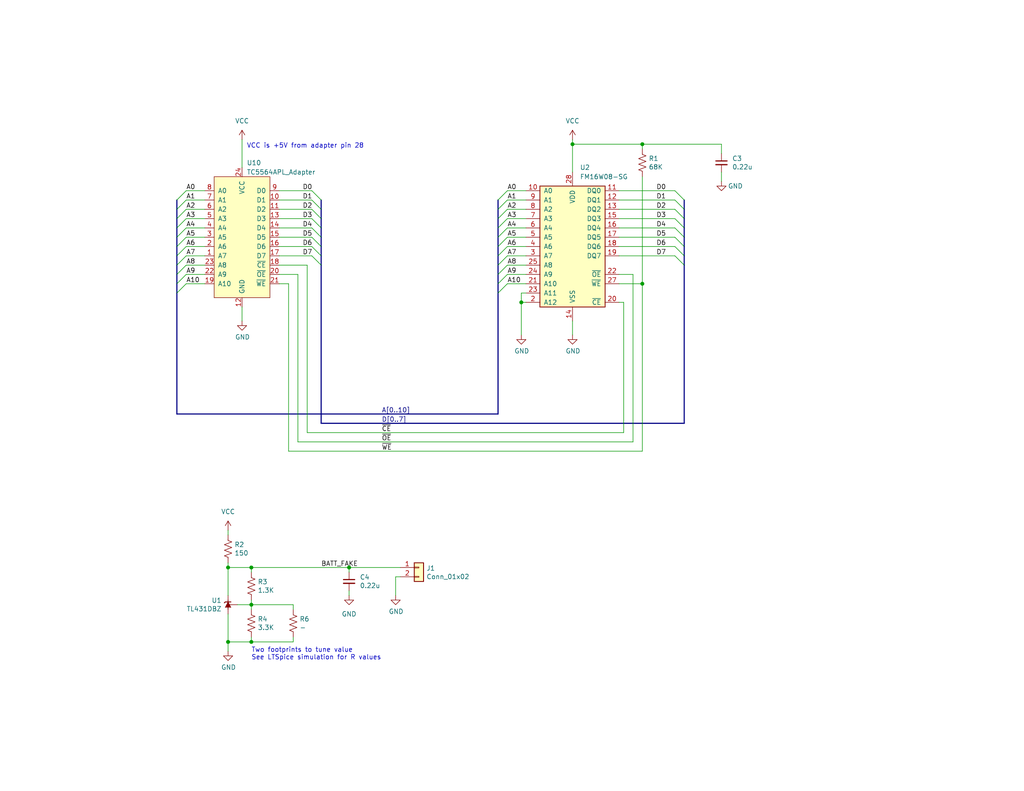
<source format=kicad_sch>
(kicad_sch (version 20211123) (generator eeschema)

  (uuid 00658701-1dc8-45ea-9626-70c1bab0ba47)

  (paper "USLetter")

  (lib_symbols
    (symbol "Connector_Generic:Conn_01x02" (pin_names (offset 1.016) hide) (in_bom yes) (on_board yes)
      (property "Reference" "J" (id 0) (at 0 2.54 0)
        (effects (font (size 1.27 1.27)))
      )
      (property "Value" "Conn_01x02" (id 1) (at 0 -5.08 0)
        (effects (font (size 1.27 1.27)))
      )
      (property "Footprint" "" (id 2) (at 0 0 0)
        (effects (font (size 1.27 1.27)) hide)
      )
      (property "Datasheet" "~" (id 3) (at 0 0 0)
        (effects (font (size 1.27 1.27)) hide)
      )
      (property "ki_keywords" "connector" (id 4) (at 0 0 0)
        (effects (font (size 1.27 1.27)) hide)
      )
      (property "ki_description" "Generic connector, single row, 01x02, script generated (kicad-library-utils/schlib/autogen/connector/)" (id 5) (at 0 0 0)
        (effects (font (size 1.27 1.27)) hide)
      )
      (property "ki_fp_filters" "Connector*:*_1x??_*" (id 6) (at 0 0 0)
        (effects (font (size 1.27 1.27)) hide)
      )
      (symbol "Conn_01x02_1_1"
        (rectangle (start -1.27 -2.413) (end 0 -2.667)
          (stroke (width 0.1524) (type default) (color 0 0 0 0))
          (fill (type none))
        )
        (rectangle (start -1.27 0.127) (end 0 -0.127)
          (stroke (width 0.1524) (type default) (color 0 0 0 0))
          (fill (type none))
        )
        (rectangle (start -1.27 1.27) (end 1.27 -3.81)
          (stroke (width 0.254) (type default) (color 0 0 0 0))
          (fill (type background))
        )
        (pin passive line (at -5.08 0 0) (length 3.81)
          (name "Pin_1" (effects (font (size 1.27 1.27))))
          (number "1" (effects (font (size 1.27 1.27))))
        )
        (pin passive line (at -5.08 -2.54 0) (length 3.81)
          (name "Pin_2" (effects (font (size 1.27 1.27))))
          (number "2" (effects (font (size 1.27 1.27))))
        )
      )
    )
    (symbol "Device:C_Small" (pin_numbers hide) (pin_names (offset 0.254) hide) (in_bom yes) (on_board yes)
      (property "Reference" "C" (id 0) (at 0.254 1.778 0)
        (effects (font (size 1.27 1.27)) (justify left))
      )
      (property "Value" "C_Small" (id 1) (at 0.254 -2.032 0)
        (effects (font (size 1.27 1.27)) (justify left))
      )
      (property "Footprint" "" (id 2) (at 0 0 0)
        (effects (font (size 1.27 1.27)) hide)
      )
      (property "Datasheet" "~" (id 3) (at 0 0 0)
        (effects (font (size 1.27 1.27)) hide)
      )
      (property "ki_keywords" "capacitor cap" (id 4) (at 0 0 0)
        (effects (font (size 1.27 1.27)) hide)
      )
      (property "ki_description" "Unpolarized capacitor, small symbol" (id 5) (at 0 0 0)
        (effects (font (size 1.27 1.27)) hide)
      )
      (property "ki_fp_filters" "C_*" (id 6) (at 0 0 0)
        (effects (font (size 1.27 1.27)) hide)
      )
      (symbol "C_Small_0_1"
        (polyline
          (pts
            (xy -1.524 -0.508)
            (xy 1.524 -0.508)
          )
          (stroke (width 0.3302) (type default) (color 0 0 0 0))
          (fill (type none))
        )
        (polyline
          (pts
            (xy -1.524 0.508)
            (xy 1.524 0.508)
          )
          (stroke (width 0.3048) (type default) (color 0 0 0 0))
          (fill (type none))
        )
      )
      (symbol "C_Small_1_1"
        (pin passive line (at 0 2.54 270) (length 2.032)
          (name "~" (effects (font (size 1.27 1.27))))
          (number "1" (effects (font (size 1.27 1.27))))
        )
        (pin passive line (at 0 -2.54 90) (length 2.032)
          (name "~" (effects (font (size 1.27 1.27))))
          (number "2" (effects (font (size 1.27 1.27))))
        )
      )
    )
    (symbol "Device:R_US" (pin_numbers hide) (pin_names (offset 0)) (in_bom yes) (on_board yes)
      (property "Reference" "R" (id 0) (at 2.54 0 90)
        (effects (font (size 1.27 1.27)))
      )
      (property "Value" "R_US" (id 1) (at -2.54 0 90)
        (effects (font (size 1.27 1.27)))
      )
      (property "Footprint" "" (id 2) (at 1.016 -0.254 90)
        (effects (font (size 1.27 1.27)) hide)
      )
      (property "Datasheet" "~" (id 3) (at 0 0 0)
        (effects (font (size 1.27 1.27)) hide)
      )
      (property "ki_keywords" "R res resistor" (id 4) (at 0 0 0)
        (effects (font (size 1.27 1.27)) hide)
      )
      (property "ki_description" "Resistor, US symbol" (id 5) (at 0 0 0)
        (effects (font (size 1.27 1.27)) hide)
      )
      (property "ki_fp_filters" "R_*" (id 6) (at 0 0 0)
        (effects (font (size 1.27 1.27)) hide)
      )
      (symbol "R_US_0_1"
        (polyline
          (pts
            (xy 0 -2.286)
            (xy 0 -2.54)
          )
          (stroke (width 0) (type default) (color 0 0 0 0))
          (fill (type none))
        )
        (polyline
          (pts
            (xy 0 2.286)
            (xy 0 2.54)
          )
          (stroke (width 0) (type default) (color 0 0 0 0))
          (fill (type none))
        )
        (polyline
          (pts
            (xy 0 -0.762)
            (xy 1.016 -1.143)
            (xy 0 -1.524)
            (xy -1.016 -1.905)
            (xy 0 -2.286)
          )
          (stroke (width 0) (type default) (color 0 0 0 0))
          (fill (type none))
        )
        (polyline
          (pts
            (xy 0 0.762)
            (xy 1.016 0.381)
            (xy 0 0)
            (xy -1.016 -0.381)
            (xy 0 -0.762)
          )
          (stroke (width 0) (type default) (color 0 0 0 0))
          (fill (type none))
        )
        (polyline
          (pts
            (xy 0 2.286)
            (xy 1.016 1.905)
            (xy 0 1.524)
            (xy -1.016 1.143)
            (xy 0 0.762)
          )
          (stroke (width 0) (type default) (color 0 0 0 0))
          (fill (type none))
        )
      )
      (symbol "R_US_1_1"
        (pin passive line (at 0 3.81 270) (length 1.27)
          (name "~" (effects (font (size 1.27 1.27))))
          (number "1" (effects (font (size 1.27 1.27))))
        )
        (pin passive line (at 0 -3.81 90) (length 1.27)
          (name "~" (effects (font (size 1.27 1.27))))
          (number "2" (effects (font (size 1.27 1.27))))
        )
      )
    )
    (symbol "Memory_NVRAM:FM16W08-SG" (pin_names (offset 1.016)) (in_bom yes) (on_board yes)
      (property "Reference" "U" (id 0) (at -7.62 17.78 0)
        (effects (font (size 1.27 1.27)))
      )
      (property "Value" "FM16W08-SG" (id 1) (at 1.27 17.78 0)
        (effects (font (size 1.27 1.27)) (justify left))
      )
      (property "Footprint" "Package_SO:SOIC-28W_7.5x17.9mm_P1.27mm" (id 2) (at 0 0 0)
        (effects (font (size 1.27 1.27)) hide)
      )
      (property "Datasheet" "http://www.cypress.com/file/41731/download" (id 3) (at 0 0 0)
        (effects (font (size 1.27 1.27)) hide)
      )
      (property "ki_keywords" "FRAM 5V Parallel" (id 4) (at 0 0 0)
        (effects (font (size 1.27 1.27)) hide)
      )
      (property "ki_description" "64Kb FRAM nonvolatile memory, SOIC-28" (id 5) (at 0 0 0)
        (effects (font (size 1.27 1.27)) hide)
      )
      (property "ki_fp_filters" "SOIC?28*7.5x17.9mm*P1.27mm*" (id 6) (at 0 0 0)
        (effects (font (size 1.27 1.27)) hide)
      )
      (symbol "FM16W08-SG_0_1"
        (rectangle (start -8.89 16.51) (end 8.89 -16.51)
          (stroke (width 0.254) (type default) (color 0 0 0 0))
          (fill (type background))
        )
      )
      (symbol "FM16W08-SG_1_1"
        (pin input line (at -12.7 15.24 0) (length 3.81)
          (name "A0" (effects (font (size 1.27 1.27))))
          (number "10" (effects (font (size 1.27 1.27))))
        )
        (pin bidirectional line (at 12.7 15.24 180) (length 3.81)
          (name "DQ0" (effects (font (size 1.27 1.27))))
          (number "11" (effects (font (size 1.27 1.27))))
        )
        (pin bidirectional line (at 12.7 12.7 180) (length 3.81)
          (name "DQ1" (effects (font (size 1.27 1.27))))
          (number "12" (effects (font (size 1.27 1.27))))
        )
        (pin bidirectional line (at 12.7 10.16 180) (length 3.81)
          (name "DQ2" (effects (font (size 1.27 1.27))))
          (number "13" (effects (font (size 1.27 1.27))))
        )
        (pin power_in line (at 0 -20.32 90) (length 3.81)
          (name "VSS" (effects (font (size 1.27 1.27))))
          (number "14" (effects (font (size 1.27 1.27))))
        )
        (pin bidirectional line (at 12.7 7.62 180) (length 3.81)
          (name "DQ3" (effects (font (size 1.27 1.27))))
          (number "15" (effects (font (size 1.27 1.27))))
        )
        (pin bidirectional line (at 12.7 5.08 180) (length 3.81)
          (name "DQ4" (effects (font (size 1.27 1.27))))
          (number "16" (effects (font (size 1.27 1.27))))
        )
        (pin bidirectional line (at 12.7 2.54 180) (length 3.81)
          (name "DQ5" (effects (font (size 1.27 1.27))))
          (number "17" (effects (font (size 1.27 1.27))))
        )
        (pin bidirectional line (at 12.7 0 180) (length 3.81)
          (name "DQ6" (effects (font (size 1.27 1.27))))
          (number "18" (effects (font (size 1.27 1.27))))
        )
        (pin bidirectional line (at 12.7 -2.54 180) (length 3.81)
          (name "DQ7" (effects (font (size 1.27 1.27))))
          (number "19" (effects (font (size 1.27 1.27))))
        )
        (pin input line (at -12.7 -15.24 0) (length 3.81)
          (name "A12" (effects (font (size 1.27 1.27))))
          (number "2" (effects (font (size 1.27 1.27))))
        )
        (pin input line (at 12.7 -15.24 180) (length 3.81)
          (name "~{CE}" (effects (font (size 1.27 1.27))))
          (number "20" (effects (font (size 1.27 1.27))))
        )
        (pin input line (at -12.7 -10.16 0) (length 3.81)
          (name "A10" (effects (font (size 1.27 1.27))))
          (number "21" (effects (font (size 1.27 1.27))))
        )
        (pin input line (at 12.7 -7.62 180) (length 3.81)
          (name "~{OE}" (effects (font (size 1.27 1.27))))
          (number "22" (effects (font (size 1.27 1.27))))
        )
        (pin input line (at -12.7 -12.7 0) (length 3.81)
          (name "A11" (effects (font (size 1.27 1.27))))
          (number "23" (effects (font (size 1.27 1.27))))
        )
        (pin input line (at -12.7 -7.62 0) (length 3.81)
          (name "A9" (effects (font (size 1.27 1.27))))
          (number "24" (effects (font (size 1.27 1.27))))
        )
        (pin input line (at -12.7 -5.08 0) (length 3.81)
          (name "A8" (effects (font (size 1.27 1.27))))
          (number "25" (effects (font (size 1.27 1.27))))
        )
        (pin input line (at 12.7 -10.16 180) (length 3.81)
          (name "~{WE}" (effects (font (size 1.27 1.27))))
          (number "27" (effects (font (size 1.27 1.27))))
        )
        (pin power_in line (at 0 20.32 270) (length 3.81)
          (name "VDD" (effects (font (size 1.27 1.27))))
          (number "28" (effects (font (size 1.27 1.27))))
        )
        (pin input line (at -12.7 -2.54 0) (length 3.81)
          (name "A7" (effects (font (size 1.27 1.27))))
          (number "3" (effects (font (size 1.27 1.27))))
        )
        (pin input line (at -12.7 0 0) (length 3.81)
          (name "A6" (effects (font (size 1.27 1.27))))
          (number "4" (effects (font (size 1.27 1.27))))
        )
        (pin input line (at -12.7 2.54 0) (length 3.81)
          (name "A5" (effects (font (size 1.27 1.27))))
          (number "5" (effects (font (size 1.27 1.27))))
        )
        (pin input line (at -12.7 5.08 0) (length 3.81)
          (name "A4" (effects (font (size 1.27 1.27))))
          (number "6" (effects (font (size 1.27 1.27))))
        )
        (pin input line (at -12.7 7.62 0) (length 3.81)
          (name "A3" (effects (font (size 1.27 1.27))))
          (number "7" (effects (font (size 1.27 1.27))))
        )
        (pin input line (at -12.7 10.16 0) (length 3.81)
          (name "A2" (effects (font (size 1.27 1.27))))
          (number "8" (effects (font (size 1.27 1.27))))
        )
        (pin input line (at -12.7 12.7 0) (length 3.81)
          (name "A1" (effects (font (size 1.27 1.27))))
          (number "9" (effects (font (size 1.27 1.27))))
        )
      )
    )
    (symbol "Memory_RAM_Toshiba:TC5517APL_Adapter" (pin_names (offset 1.016)) (in_bom yes) (on_board yes)
      (property "Reference" "U" (id 0) (at -7.62 20.32 0)
        (effects (font (size 1.27 1.27)))
      )
      (property "Value" "TC5517APL_Adapter" (id 1) (at 10.16 -15.24 0)
        (effects (font (size 1.27 1.27)))
      )
      (property "Footprint" "Package_DIP_Adapter:DIP-24_W15.24mm_Socket_Adapter" (id 2) (at -7.62 20.32 0)
        (effects (font (size 1.27 1.27)) hide)
      )
      (property "Datasheet" "" (id 3) (at -7.62 20.32 0)
        (effects (font (size 1.27 1.27)) hide)
      )
      (property "ki_keywords" "SRAM" (id 4) (at 0 0 0)
        (effects (font (size 1.27 1.27)) hide)
      )
      (property "ki_description" "Replace the 2048 word x 8 bit CMOS Static RAM" (id 5) (at 0 0 0)
        (effects (font (size 1.27 1.27)) hide)
      )
      (symbol "TC5517APL_Adapter_0_1"
        (rectangle (start -7.62 19.05) (end 7.62 -13.97)
          (stroke (width 0) (type default) (color 0 0 0 0))
          (fill (type background))
        )
      )
      (symbol "TC5517APL_Adapter_1_1"
        (pin output line (at -10.16 -2.54 0) (length 2.54)
          (name "A7" (effects (font (size 1.27 1.27))))
          (number "1" (effects (font (size 1.27 1.27))))
        )
        (pin tri_state line (at 10.16 12.7 180) (length 2.54)
          (name "D1" (effects (font (size 1.27 1.27))))
          (number "10" (effects (font (size 1.27 1.27))))
        )
        (pin tri_state line (at 10.16 10.16 180) (length 2.54)
          (name "D2" (effects (font (size 1.27 1.27))))
          (number "11" (effects (font (size 1.27 1.27))))
        )
        (pin power_out line (at 0 -16.51 90) (length 2.54)
          (name "GND" (effects (font (size 1.27 1.27))))
          (number "12" (effects (font (size 1.27 1.27))))
        )
        (pin tri_state line (at 10.16 7.62 180) (length 2.54)
          (name "D3" (effects (font (size 1.27 1.27))))
          (number "13" (effects (font (size 1.27 1.27))))
        )
        (pin tri_state line (at 10.16 5.08 180) (length 2.54)
          (name "D4" (effects (font (size 1.27 1.27))))
          (number "14" (effects (font (size 1.27 1.27))))
        )
        (pin tri_state line (at 10.16 2.54 180) (length 2.54)
          (name "D5" (effects (font (size 1.27 1.27))))
          (number "15" (effects (font (size 1.27 1.27))))
        )
        (pin tri_state line (at 10.16 0 180) (length 2.54)
          (name "D6" (effects (font (size 1.27 1.27))))
          (number "16" (effects (font (size 1.27 1.27))))
        )
        (pin tri_state line (at 10.16 -2.54 180) (length 2.54)
          (name "D7" (effects (font (size 1.27 1.27))))
          (number "17" (effects (font (size 1.27 1.27))))
        )
        (pin output line (at 10.16 -5.08 180) (length 2.54)
          (name "~{CE}" (effects (font (size 1.27 1.27))))
          (number "18" (effects (font (size 1.27 1.27))))
        )
        (pin output line (at -10.16 -10.16 0) (length 2.54)
          (name "A10" (effects (font (size 1.27 1.27))))
          (number "19" (effects (font (size 1.27 1.27))))
        )
        (pin output line (at -10.16 0 0) (length 2.54)
          (name "A6" (effects (font (size 1.27 1.27))))
          (number "2" (effects (font (size 1.27 1.27))))
        )
        (pin output line (at 10.16 -7.62 180) (length 2.54)
          (name "~{OE}" (effects (font (size 1.27 1.27))))
          (number "20" (effects (font (size 1.27 1.27))))
        )
        (pin output line (at 10.16 -10.16 180) (length 2.54)
          (name "~{WE}" (effects (font (size 1.27 1.27))))
          (number "21" (effects (font (size 1.27 1.27))))
        )
        (pin output line (at -10.16 -7.62 0) (length 2.54)
          (name "A9" (effects (font (size 1.27 1.27))))
          (number "22" (effects (font (size 1.27 1.27))))
        )
        (pin output line (at -10.16 -5.08 0) (length 2.54)
          (name "A8" (effects (font (size 1.27 1.27))))
          (number "23" (effects (font (size 1.27 1.27))))
        )
        (pin power_out line (at 0 21.59 270) (length 2.54)
          (name "VCC" (effects (font (size 1.27 1.27))))
          (number "24" (effects (font (size 1.27 1.27))))
        )
        (pin output line (at -10.16 2.54 0) (length 2.54)
          (name "A5" (effects (font (size 1.27 1.27))))
          (number "3" (effects (font (size 1.27 1.27))))
        )
        (pin output line (at -10.16 5.08 0) (length 2.54)
          (name "A4" (effects (font (size 1.27 1.27))))
          (number "4" (effects (font (size 1.27 1.27))))
        )
        (pin output line (at -10.16 7.62 0) (length 2.54)
          (name "A3" (effects (font (size 1.27 1.27))))
          (number "5" (effects (font (size 1.27 1.27))))
        )
        (pin output line (at -10.16 10.16 0) (length 2.54)
          (name "A2" (effects (font (size 1.27 1.27))))
          (number "6" (effects (font (size 1.27 1.27))))
        )
        (pin output line (at -10.16 12.7 0) (length 2.54)
          (name "A1" (effects (font (size 1.27 1.27))))
          (number "7" (effects (font (size 1.27 1.27))))
        )
        (pin output line (at -10.16 15.24 0) (length 2.54)
          (name "A0" (effects (font (size 1.27 1.27))))
          (number "8" (effects (font (size 1.27 1.27))))
        )
        (pin tri_state line (at 10.16 15.24 180) (length 2.54)
          (name "D0" (effects (font (size 1.27 1.27))))
          (number "9" (effects (font (size 1.27 1.27))))
        )
      )
    )
    (symbol "Reference_Voltage:TL431DBZ" (pin_numbers hide) (pin_names hide) (in_bom yes) (on_board yes)
      (property "Reference" "U" (id 0) (at -2.54 2.54 0)
        (effects (font (size 1.27 1.27)))
      )
      (property "Value" "TL431DBZ" (id 1) (at 0 -2.54 0)
        (effects (font (size 1.27 1.27)))
      )
      (property "Footprint" "Package_TO_SOT_SMD:SOT-23" (id 2) (at 0 -3.81 0)
        (effects (font (size 1.27 1.27) italic) hide)
      )
      (property "Datasheet" "http://www.ti.com/lit/ds/symlink/tl431.pdf" (id 3) (at 0 0 0)
        (effects (font (size 1.27 1.27) italic) hide)
      )
      (property "ki_keywords" "diode device shunt regulator" (id 4) (at 0 0 0)
        (effects (font (size 1.27 1.27)) hide)
      )
      (property "ki_description" "Shunt Regulator, SOT-23" (id 5) (at 0 0 0)
        (effects (font (size 1.27 1.27)) hide)
      )
      (property "ki_fp_filters" "SOT?23*" (id 6) (at 0 0 0)
        (effects (font (size 1.27 1.27)) hide)
      )
      (symbol "TL431DBZ_0_1"
        (polyline
          (pts
            (xy -1.27 0)
            (xy 0 0)
            (xy 1.27 0)
          )
          (stroke (width 0) (type default) (color 0 0 0 0))
          (fill (type none))
        )
        (polyline
          (pts
            (xy -0.762 0.762)
            (xy 0.762 0)
            (xy -0.762 -0.762)
          )
          (stroke (width 0) (type default) (color 0 0 0 0))
          (fill (type outline))
        )
        (polyline
          (pts
            (xy 0.508 -1.016)
            (xy 0.762 -0.762)
            (xy 0.762 0.762)
            (xy 0.762 0.762)
          )
          (stroke (width 0.254) (type default) (color 0 0 0 0))
          (fill (type none))
        )
      )
      (symbol "TL431DBZ_1_1"
        (pin passive line (at 2.54 0 180) (length 2.54)
          (name "K" (effects (font (size 1.27 1.27))))
          (number "1" (effects (font (size 1.27 1.27))))
        )
        (pin passive line (at 0 2.54 270) (length 2.54)
          (name "REF" (effects (font (size 1.27 1.27))))
          (number "2" (effects (font (size 1.27 1.27))))
        )
        (pin passive line (at -2.54 0 0) (length 2.54)
          (name "A" (effects (font (size 1.27 1.27))))
          (number "3" (effects (font (size 1.27 1.27))))
        )
      )
    )
    (symbol "power:GND" (power) (pin_names (offset 0)) (in_bom yes) (on_board yes)
      (property "Reference" "#PWR" (id 0) (at 0 -6.35 0)
        (effects (font (size 1.27 1.27)) hide)
      )
      (property "Value" "GND" (id 1) (at 0 -3.81 0)
        (effects (font (size 1.27 1.27)))
      )
      (property "Footprint" "" (id 2) (at 0 0 0)
        (effects (font (size 1.27 1.27)) hide)
      )
      (property "Datasheet" "" (id 3) (at 0 0 0)
        (effects (font (size 1.27 1.27)) hide)
      )
      (property "ki_keywords" "power-flag" (id 4) (at 0 0 0)
        (effects (font (size 1.27 1.27)) hide)
      )
      (property "ki_description" "Power symbol creates a global label with name \"GND\" , ground" (id 5) (at 0 0 0)
        (effects (font (size 1.27 1.27)) hide)
      )
      (symbol "GND_0_1"
        (polyline
          (pts
            (xy 0 0)
            (xy 0 -1.27)
            (xy 1.27 -1.27)
            (xy 0 -2.54)
            (xy -1.27 -1.27)
            (xy 0 -1.27)
          )
          (stroke (width 0) (type default) (color 0 0 0 0))
          (fill (type none))
        )
      )
      (symbol "GND_1_1"
        (pin power_in line (at 0 0 270) (length 0) hide
          (name "GND" (effects (font (size 1.27 1.27))))
          (number "1" (effects (font (size 1.27 1.27))))
        )
      )
    )
    (symbol "power:VCC" (power) (pin_names (offset 0)) (in_bom yes) (on_board yes)
      (property "Reference" "#PWR" (id 0) (at 0 -3.81 0)
        (effects (font (size 1.27 1.27)) hide)
      )
      (property "Value" "VCC" (id 1) (at 0 3.81 0)
        (effects (font (size 1.27 1.27)))
      )
      (property "Footprint" "" (id 2) (at 0 0 0)
        (effects (font (size 1.27 1.27)) hide)
      )
      (property "Datasheet" "" (id 3) (at 0 0 0)
        (effects (font (size 1.27 1.27)) hide)
      )
      (property "ki_keywords" "power-flag" (id 4) (at 0 0 0)
        (effects (font (size 1.27 1.27)) hide)
      )
      (property "ki_description" "Power symbol creates a global label with name \"VCC\"" (id 5) (at 0 0 0)
        (effects (font (size 1.27 1.27)) hide)
      )
      (symbol "VCC_0_1"
        (polyline
          (pts
            (xy -0.762 1.27)
            (xy 0 2.54)
          )
          (stroke (width 0) (type default) (color 0 0 0 0))
          (fill (type none))
        )
        (polyline
          (pts
            (xy 0 0)
            (xy 0 2.54)
          )
          (stroke (width 0) (type default) (color 0 0 0 0))
          (fill (type none))
        )
        (polyline
          (pts
            (xy 0 2.54)
            (xy 0.762 1.27)
          )
          (stroke (width 0) (type default) (color 0 0 0 0))
          (fill (type none))
        )
      )
      (symbol "VCC_1_1"
        (pin power_in line (at 0 0 90) (length 0) hide
          (name "VCC" (effects (font (size 1.27 1.27))))
          (number "1" (effects (font (size 1.27 1.27))))
        )
      )
    )
  )

  (junction (at 68.58 175.26) (diameter 0) (color 0 0 0 0)
    (uuid 0f0a2a38-efbb-429b-bae7-6eacd5e5b87c)
  )
  (junction (at 68.58 154.94) (diameter 0) (color 0 0 0 0)
    (uuid 121a16cd-3ae2-4f56-aaac-5bfde85b50b4)
  )
  (junction (at 62.23 175.26) (diameter 0) (color 0 0 0 0)
    (uuid 18fa5d41-ece9-4ef5-ac32-953d26fd4c5f)
  )
  (junction (at 95.25 154.94) (diameter 0) (color 0 0 0 0)
    (uuid 4cf075d7-f3ff-46ec-9aec-7582b74d6bf3)
  )
  (junction (at 156.21 39.37) (diameter 0) (color 0 0 0 0)
    (uuid 5bd8d74b-bdb9-497c-9630-6d4e56909a41)
  )
  (junction (at 142.24 82.55) (diameter 0) (color 0 0 0 0)
    (uuid 8d60a173-77c8-4e0a-b909-c82f8f12cc0f)
  )
  (junction (at 175.26 39.37) (diameter 0) (color 0 0 0 0)
    (uuid 94267461-b30a-474f-8c03-829172bcccf8)
  )
  (junction (at 62.23 154.94) (diameter 0) (color 0 0 0 0)
    (uuid bd950cd3-9409-462d-a613-1e1ce3359c17)
  )
  (junction (at 175.26 77.47) (diameter 0) (color 0 0 0 0)
    (uuid cfbc4837-dbf9-450c-a676-7fd635b1f410)
  )
  (junction (at 68.58 165.1) (diameter 0) (color 0 0 0 0)
    (uuid dcb5aaa7-834f-4412-a212-1e2faacd06c8)
  )

  (bus_entry (at 85.09 62.23) (size 2.54 2.54)
    (stroke (width 0) (type default) (color 0 0 0 0))
    (uuid 0508424a-2443-4767-93e8-0f839bf4c090)
  )
  (bus_entry (at 184.15 64.77) (size 2.54 2.54)
    (stroke (width 0) (type default) (color 0 0 0 0))
    (uuid 179a7451-778b-49b6-87a9-75a1de840b4c)
  )
  (bus_entry (at 48.26 69.85) (size 2.54 -2.54)
    (stroke (width 0) (type default) (color 0 0 0 0))
    (uuid 2c12d9b0-c668-428b-a3ee-41a2f6d10c85)
  )
  (bus_entry (at 135.89 74.93) (size 2.54 -2.54)
    (stroke (width 0) (type default) (color 0 0 0 0))
    (uuid 37c88eaf-0eeb-4c7a-8364-d00229a91928)
  )
  (bus_entry (at 184.15 67.31) (size 2.54 2.54)
    (stroke (width 0) (type default) (color 0 0 0 0))
    (uuid 3b1abe3f-dab2-4678-a691-42f93ca3c306)
  )
  (bus_entry (at 135.89 64.77) (size 2.54 -2.54)
    (stroke (width 0) (type default) (color 0 0 0 0))
    (uuid 3efb5bcb-ad6b-494c-ae65-08cbf83cc570)
  )
  (bus_entry (at 85.09 57.15) (size 2.54 2.54)
    (stroke (width 0) (type default) (color 0 0 0 0))
    (uuid 447a538f-8a14-45e8-98b7-083493d04eef)
  )
  (bus_entry (at 48.26 72.39) (size 2.54 -2.54)
    (stroke (width 0) (type default) (color 0 0 0 0))
    (uuid 4a221e84-0f28-4968-87da-42be18969d6b)
  )
  (bus_entry (at 48.26 80.01) (size 2.54 -2.54)
    (stroke (width 0) (type default) (color 0 0 0 0))
    (uuid 4aa37346-8cb7-4575-b40a-cbb2f0ed2f2e)
  )
  (bus_entry (at 48.26 77.47) (size 2.54 -2.54)
    (stroke (width 0) (type default) (color 0 0 0 0))
    (uuid 4e1f7bf4-962b-44ee-a768-34e38c496d76)
  )
  (bus_entry (at 135.89 59.69) (size 2.54 -2.54)
    (stroke (width 0) (type default) (color 0 0 0 0))
    (uuid 5086c52d-38c0-4494-8a14-690ce308c4d0)
  )
  (bus_entry (at 184.15 54.61) (size 2.54 2.54)
    (stroke (width 0) (type default) (color 0 0 0 0))
    (uuid 5457d9aa-6012-48d6-8370-3e850a044eae)
  )
  (bus_entry (at 184.15 59.69) (size 2.54 2.54)
    (stroke (width 0) (type default) (color 0 0 0 0))
    (uuid 573846e8-e184-4e1d-b2b7-d26ff652ce7b)
  )
  (bus_entry (at 85.09 54.61) (size 2.54 2.54)
    (stroke (width 0) (type default) (color 0 0 0 0))
    (uuid 581834ab-e3ce-426d-a0cc-1bd406d1c6ac)
  )
  (bus_entry (at 135.89 72.39) (size 2.54 -2.54)
    (stroke (width 0) (type default) (color 0 0 0 0))
    (uuid 628ab980-b6b1-4828-ac2d-527b2c101ce8)
  )
  (bus_entry (at 85.09 59.69) (size 2.54 2.54)
    (stroke (width 0) (type default) (color 0 0 0 0))
    (uuid 65041f21-2069-44d7-8a9c-bea471e6a5f0)
  )
  (bus_entry (at 135.89 77.47) (size 2.54 -2.54)
    (stroke (width 0) (type default) (color 0 0 0 0))
    (uuid 71b88b22-00c5-4a36-a10f-08444fbe04c7)
  )
  (bus_entry (at 48.26 57.15) (size 2.54 -2.54)
    (stroke (width 0) (type default) (color 0 0 0 0))
    (uuid 71c85676-18d8-4752-b9ef-41b07b3c3849)
  )
  (bus_entry (at 135.89 80.01) (size 2.54 -2.54)
    (stroke (width 0) (type default) (color 0 0 0 0))
    (uuid 775ec936-b4b6-4f25-b3f4-dbb19a7f901e)
  )
  (bus_entry (at 85.09 52.07) (size 2.54 2.54)
    (stroke (width 0) (type default) (color 0 0 0 0))
    (uuid 7e18495f-a50c-4614-830f-7e06f553c407)
  )
  (bus_entry (at 48.26 74.93) (size 2.54 -2.54)
    (stroke (width 0) (type default) (color 0 0 0 0))
    (uuid 82b6c3d4-0483-4fcc-a882-44d0a5ec3265)
  )
  (bus_entry (at 48.26 64.77) (size 2.54 -2.54)
    (stroke (width 0) (type default) (color 0 0 0 0))
    (uuid 83fba6a1-0c36-4b6a-a433-059f9a722892)
  )
  (bus_entry (at 48.26 54.61) (size 2.54 -2.54)
    (stroke (width 0) (type default) (color 0 0 0 0))
    (uuid 913cab13-4d98-494d-9dfd-bc4b21dd6de7)
  )
  (bus_entry (at 135.89 54.61) (size 2.54 -2.54)
    (stroke (width 0) (type default) (color 0 0 0 0))
    (uuid a9c17eb6-49fd-4840-87ce-e3f32676aabc)
  )
  (bus_entry (at 135.89 69.85) (size 2.54 -2.54)
    (stroke (width 0) (type default) (color 0 0 0 0))
    (uuid b40db1d5-da52-46dc-8167-eb0ef3068e84)
  )
  (bus_entry (at 85.09 64.77) (size 2.54 2.54)
    (stroke (width 0) (type default) (color 0 0 0 0))
    (uuid b43c600e-2c9d-4bda-a41c-39c59e71557f)
  )
  (bus_entry (at 48.26 62.23) (size 2.54 -2.54)
    (stroke (width 0) (type default) (color 0 0 0 0))
    (uuid b446aa48-3b95-4d93-99dc-9a20e5ac8fad)
  )
  (bus_entry (at 184.15 52.07) (size 2.54 2.54)
    (stroke (width 0) (type default) (color 0 0 0 0))
    (uuid b8bd4625-2bbb-4907-93e4-dbf452910028)
  )
  (bus_entry (at 48.26 67.31) (size 2.54 -2.54)
    (stroke (width 0) (type default) (color 0 0 0 0))
    (uuid c1ce8e15-cdb6-4ed7-a2e7-c9a9de04b2a3)
  )
  (bus_entry (at 135.89 62.23) (size 2.54 -2.54)
    (stroke (width 0) (type default) (color 0 0 0 0))
    (uuid c4be3f63-bb38-4d5d-91aa-cc965dcede4c)
  )
  (bus_entry (at 85.09 69.85) (size 2.54 2.54)
    (stroke (width 0) (type default) (color 0 0 0 0))
    (uuid cfdbf394-7ac9-4070-838e-2ab8fda5cf94)
  )
  (bus_entry (at 85.09 67.31) (size 2.54 2.54)
    (stroke (width 0) (type default) (color 0 0 0 0))
    (uuid e361171e-0378-4f6b-9ca7-77a9526c40df)
  )
  (bus_entry (at 184.15 57.15) (size 2.54 2.54)
    (stroke (width 0) (type default) (color 0 0 0 0))
    (uuid e57ae287-3176-47a4-b1f4-fea523985070)
  )
  (bus_entry (at 135.89 67.31) (size 2.54 -2.54)
    (stroke (width 0) (type default) (color 0 0 0 0))
    (uuid e75f8cea-7b88-4a47-9bf1-30c00984bbaa)
  )
  (bus_entry (at 184.15 69.85) (size 2.54 2.54)
    (stroke (width 0) (type default) (color 0 0 0 0))
    (uuid f7bff219-a0fc-48a8-862b-1ce5eaf44ad2)
  )
  (bus_entry (at 135.89 57.15) (size 2.54 -2.54)
    (stroke (width 0) (type default) (color 0 0 0 0))
    (uuid f7ceb055-1531-4073-978d-3098039bbadf)
  )
  (bus_entry (at 48.26 59.69) (size 2.54 -2.54)
    (stroke (width 0) (type default) (color 0 0 0 0))
    (uuid fa6c11c4-c529-4558-801c-442dc58e32bc)
  )
  (bus_entry (at 184.15 62.23) (size 2.54 2.54)
    (stroke (width 0) (type default) (color 0 0 0 0))
    (uuid fe984fc0-4ed4-4d2e-9c06-59bdf03f09c5)
  )

  (wire (pts (xy 168.91 77.47) (xy 175.26 77.47))
    (stroke (width 0) (type default) (color 0 0 0 0))
    (uuid 051c5914-dc98-4b7d-bd4e-043d75f82deb)
  )
  (wire (pts (xy 196.85 39.37) (xy 196.85 41.91))
    (stroke (width 0) (type default) (color 0 0 0 0))
    (uuid 084138e9-2c0d-4520-a93d-b9da7648c60e)
  )
  (bus (pts (xy 186.69 67.31) (xy 186.69 69.85))
    (stroke (width 0) (type default) (color 0 0 0 0))
    (uuid 0a56a818-7c64-4060-897b-7c4c809bdbc3)
  )

  (wire (pts (xy 62.23 167.64) (xy 62.23 175.26))
    (stroke (width 0) (type default) (color 0 0 0 0))
    (uuid 0c595816-4450-49f0-8530-2e38a5a0c9db)
  )
  (wire (pts (xy 95.25 154.94) (xy 109.22 154.94))
    (stroke (width 0) (type default) (color 0 0 0 0))
    (uuid 115e02e6-c3f0-4e7d-9182-0b4691f450bb)
  )
  (wire (pts (xy 175.26 77.47) (xy 175.26 48.26))
    (stroke (width 0) (type default) (color 0 0 0 0))
    (uuid 18cb074e-fbe9-4399-b782-58b5f8a9cbab)
  )
  (bus (pts (xy 48.26 74.93) (xy 48.26 77.47))
    (stroke (width 0) (type default) (color 0 0 0 0))
    (uuid 19dec6ef-f46d-4676-a494-46733a574533)
  )
  (bus (pts (xy 87.63 62.23) (xy 87.63 64.77))
    (stroke (width 0) (type default) (color 0 0 0 0))
    (uuid 1c4e8270-b6f3-4f28-a5d0-8542c655d3f1)
  )

  (wire (pts (xy 68.58 165.1) (xy 80.01 165.1))
    (stroke (width 0) (type default) (color 0 0 0 0))
    (uuid 1cdb3334-3c63-4285-abb7-3815f32de655)
  )
  (bus (pts (xy 87.63 54.61) (xy 87.63 57.15))
    (stroke (width 0) (type default) (color 0 0 0 0))
    (uuid 1d21cfd8-5016-45b1-bd79-7f5feff864b5)
  )

  (wire (pts (xy 143.51 77.47) (xy 138.43 77.47))
    (stroke (width 0) (type default) (color 0 0 0 0))
    (uuid 1f148b69-caa3-4675-a193-c7d254479289)
  )
  (wire (pts (xy 55.88 59.69) (xy 50.8 59.69))
    (stroke (width 0) (type default) (color 0 0 0 0))
    (uuid 1fbb2975-ac8d-44aa-859c-c13e4394ceeb)
  )
  (bus (pts (xy 135.89 69.85) (xy 135.89 72.39))
    (stroke (width 0) (type default) (color 0 0 0 0))
    (uuid 203f0027-5f48-427e-a401-6e5bade3d548)
  )

  (wire (pts (xy 76.2 64.77) (xy 85.09 64.77))
    (stroke (width 0) (type default) (color 0 0 0 0))
    (uuid 21198931-e6ea-42c1-83db-f58ae829ba7f)
  )
  (bus (pts (xy 48.26 77.47) (xy 48.26 80.01))
    (stroke (width 0) (type default) (color 0 0 0 0))
    (uuid 222a65db-12df-4ec9-a9cb-f24fab07df4a)
  )

  (wire (pts (xy 64.77 165.1) (xy 68.58 165.1))
    (stroke (width 0) (type default) (color 0 0 0 0))
    (uuid 228abcc8-ebdc-4fd8-b31d-9c99f57c7a36)
  )
  (bus (pts (xy 87.63 115.57) (xy 186.69 115.57))
    (stroke (width 0) (type default) (color 0 0 0 0))
    (uuid 22935e9a-8da1-4e8c-9031-92dc7dfcf5ff)
  )
  (bus (pts (xy 135.89 67.31) (xy 135.89 69.85))
    (stroke (width 0) (type default) (color 0 0 0 0))
    (uuid 238f3e89-a55b-4c72-b6cd-b9133d650dd8)
  )
  (bus (pts (xy 87.63 59.69) (xy 87.63 62.23))
    (stroke (width 0) (type default) (color 0 0 0 0))
    (uuid 299ec75d-6539-466c-ac46-6e72f0e2a767)
  )
  (bus (pts (xy 87.63 67.31) (xy 87.63 69.85))
    (stroke (width 0) (type default) (color 0 0 0 0))
    (uuid 2a903ad2-451a-45cd-abc7-79071ffcf5f5)
  )

  (wire (pts (xy 175.26 40.64) (xy 175.26 39.37))
    (stroke (width 0) (type default) (color 0 0 0 0))
    (uuid 31e6a4c8-af7b-4faf-8a52-ddb454e7b1bc)
  )
  (wire (pts (xy 83.82 118.11) (xy 170.18 118.11))
    (stroke (width 0) (type default) (color 0 0 0 0))
    (uuid 32447cd6-95c0-47d0-8fb3-1231ecef605c)
  )
  (wire (pts (xy 50.8 52.07) (xy 55.88 52.07))
    (stroke (width 0) (type default) (color 0 0 0 0))
    (uuid 38b2f4e8-a587-4fab-9a2c-92a733be5db7)
  )
  (wire (pts (xy 143.51 69.85) (xy 138.43 69.85))
    (stroke (width 0) (type default) (color 0 0 0 0))
    (uuid 38c44163-5e9d-49c3-816e-fdefecd40d5a)
  )
  (wire (pts (xy 62.23 177.8) (xy 62.23 175.26))
    (stroke (width 0) (type default) (color 0 0 0 0))
    (uuid 3abeb4da-ea87-44cb-911c-63105410e3ea)
  )
  (wire (pts (xy 76.2 69.85) (xy 85.09 69.85))
    (stroke (width 0) (type default) (color 0 0 0 0))
    (uuid 3b18bed2-e050-46a3-8497-249844f9dba7)
  )
  (wire (pts (xy 168.91 64.77) (xy 184.15 64.77))
    (stroke (width 0) (type default) (color 0 0 0 0))
    (uuid 3bd4a35b-5c34-43df-bf4b-415f5dbcb39a)
  )
  (bus (pts (xy 135.89 74.93) (xy 135.89 77.47))
    (stroke (width 0) (type default) (color 0 0 0 0))
    (uuid 3c47b262-414e-4d4a-a825-ee38375833f8)
  )

  (wire (pts (xy 80.01 175.26) (xy 80.01 173.99))
    (stroke (width 0) (type default) (color 0 0 0 0))
    (uuid 3f155aa6-530b-4979-adfd-97f949c0e7ed)
  )
  (wire (pts (xy 76.2 62.23) (xy 85.09 62.23))
    (stroke (width 0) (type default) (color 0 0 0 0))
    (uuid 475a9683-1ec7-424e-ba66-de7a9fea882b)
  )
  (wire (pts (xy 170.18 118.11) (xy 170.18 82.55))
    (stroke (width 0) (type default) (color 0 0 0 0))
    (uuid 493a98d3-6fcc-4692-8292-614bc5569888)
  )
  (bus (pts (xy 186.69 64.77) (xy 186.69 67.31))
    (stroke (width 0) (type default) (color 0 0 0 0))
    (uuid 4cf768ca-8d6a-4b3d-be37-b1d0ce300c80)
  )
  (bus (pts (xy 135.89 64.77) (xy 135.89 67.31))
    (stroke (width 0) (type default) (color 0 0 0 0))
    (uuid 4d29742f-61ef-4f9d-aa2f-32a8fb124442)
  )

  (wire (pts (xy 76.2 57.15) (xy 85.09 57.15))
    (stroke (width 0) (type default) (color 0 0 0 0))
    (uuid 4fe37806-73d6-46d6-b80e-3f7b92712811)
  )
  (wire (pts (xy 143.51 80.01) (xy 142.24 80.01))
    (stroke (width 0) (type default) (color 0 0 0 0))
    (uuid 539af4f7-67b4-414f-9b15-3ee34ef34976)
  )
  (wire (pts (xy 68.58 154.94) (xy 68.58 156.21))
    (stroke (width 0) (type default) (color 0 0 0 0))
    (uuid 55cc9578-8731-4ad7-874a-aa4d4e098b80)
  )
  (wire (pts (xy 138.43 54.61) (xy 143.51 54.61))
    (stroke (width 0) (type default) (color 0 0 0 0))
    (uuid 56bddb34-58f0-4ef6-8e36-5d64e6ee4c2b)
  )
  (wire (pts (xy 143.51 64.77) (xy 138.43 64.77))
    (stroke (width 0) (type default) (color 0 0 0 0))
    (uuid 5983c5e6-d9f4-4f35-9b09-63cc1c1356ab)
  )
  (wire (pts (xy 142.24 82.55) (xy 142.24 91.44))
    (stroke (width 0) (type default) (color 0 0 0 0))
    (uuid 5b8d2451-a2bc-4a10-8fb2-46c1973e367b)
  )
  (wire (pts (xy 68.58 175.26) (xy 68.58 173.99))
    (stroke (width 0) (type default) (color 0 0 0 0))
    (uuid 5e322ef7-2448-46a2-977f-077a3fab1e86)
  )
  (wire (pts (xy 184.15 52.07) (xy 168.91 52.07))
    (stroke (width 0) (type default) (color 0 0 0 0))
    (uuid 5e3fc490-1850-404c-93b4-97ab7637b0d1)
  )
  (wire (pts (xy 95.25 154.94) (xy 95.25 156.21))
    (stroke (width 0) (type default) (color 0 0 0 0))
    (uuid 5f8a329f-31dd-4a54-990f-2a60b87d7247)
  )
  (wire (pts (xy 168.91 59.69) (xy 184.15 59.69))
    (stroke (width 0) (type default) (color 0 0 0 0))
    (uuid 5fcaf28e-dec9-4342-b71e-cb47264ee134)
  )
  (bus (pts (xy 87.63 57.15) (xy 87.63 59.69))
    (stroke (width 0) (type default) (color 0 0 0 0))
    (uuid 6025f867-2bbe-47c1-acec-f1dc0e87916f)
  )

  (wire (pts (xy 66.04 87.63) (xy 66.04 83.82))
    (stroke (width 0) (type default) (color 0 0 0 0))
    (uuid 6288ffc1-0f54-415f-89a0-910157792273)
  )
  (wire (pts (xy 143.51 59.69) (xy 138.43 59.69))
    (stroke (width 0) (type default) (color 0 0 0 0))
    (uuid 65a70d80-2013-402f-aafb-887dd882f596)
  )
  (wire (pts (xy 196.85 46.99) (xy 196.85 49.53))
    (stroke (width 0) (type default) (color 0 0 0 0))
    (uuid 687116da-656a-47c5-99e3-4fb5d59f281c)
  )
  (bus (pts (xy 48.26 80.01) (xy 48.26 113.03))
    (stroke (width 0) (type default) (color 0 0 0 0))
    (uuid 68d97740-c1b7-408c-9a19-09c64c7858ac)
  )

  (wire (pts (xy 76.2 67.31) (xy 85.09 67.31))
    (stroke (width 0) (type default) (color 0 0 0 0))
    (uuid 69a8a40a-2063-438e-8f6a-a9ec498fd4da)
  )
  (wire (pts (xy 184.15 67.31) (xy 168.91 67.31))
    (stroke (width 0) (type default) (color 0 0 0 0))
    (uuid 6c6e90b9-c5b4-4ff8-8716-e438232df019)
  )
  (wire (pts (xy 138.43 52.07) (xy 143.51 52.07))
    (stroke (width 0) (type default) (color 0 0 0 0))
    (uuid 6ea1d3a8-9bbb-4fee-bfb9-767455b60899)
  )
  (bus (pts (xy 48.26 59.69) (xy 48.26 62.23))
    (stroke (width 0) (type default) (color 0 0 0 0))
    (uuid 6ec5d4e9-3377-42a8-863f-47914ee3246e)
  )

  (wire (pts (xy 172.72 74.93) (xy 168.91 74.93))
    (stroke (width 0) (type default) (color 0 0 0 0))
    (uuid 77d5b85f-b59f-4261-afdb-8fe3ec6daf21)
  )
  (wire (pts (xy 76.2 52.07) (xy 85.09 52.07))
    (stroke (width 0) (type default) (color 0 0 0 0))
    (uuid 78594135-fc05-4a41-a60b-c17ae70e2e62)
  )
  (wire (pts (xy 78.74 77.47) (xy 78.74 123.19))
    (stroke (width 0) (type default) (color 0 0 0 0))
    (uuid 79b6c9eb-e431-4053-8f78-93e82aa5720d)
  )
  (wire (pts (xy 50.8 54.61) (xy 55.88 54.61))
    (stroke (width 0) (type default) (color 0 0 0 0))
    (uuid 7aac19a9-a243-42ab-b09b-0df8dc0ac0f8)
  )
  (wire (pts (xy 184.15 57.15) (xy 168.91 57.15))
    (stroke (width 0) (type default) (color 0 0 0 0))
    (uuid 7b87ae7e-ce8e-4ace-a332-ec9a2ce117cb)
  )
  (wire (pts (xy 172.72 74.93) (xy 172.72 120.65))
    (stroke (width 0) (type default) (color 0 0 0 0))
    (uuid 7bccfedb-efcf-482a-83d8-cf16608f8266)
  )
  (wire (pts (xy 168.91 54.61) (xy 184.15 54.61))
    (stroke (width 0) (type default) (color 0 0 0 0))
    (uuid 816bb849-16fc-4467-9810-4a3dddcb0793)
  )
  (wire (pts (xy 81.28 74.93) (xy 81.28 120.65))
    (stroke (width 0) (type default) (color 0 0 0 0))
    (uuid 8265e6e1-dbc4-425d-a1a3-d6b4ebcee56f)
  )
  (wire (pts (xy 168.91 69.85) (xy 184.15 69.85))
    (stroke (width 0) (type default) (color 0 0 0 0))
    (uuid 82b7bf71-4d53-4005-ae7b-a53b157aa450)
  )
  (bus (pts (xy 135.89 62.23) (xy 135.89 64.77))
    (stroke (width 0) (type default) (color 0 0 0 0))
    (uuid 82c47113-338c-487f-aa2d-4fa6acfaa996)
  )
  (bus (pts (xy 135.89 54.61) (xy 135.89 57.15))
    (stroke (width 0) (type default) (color 0 0 0 0))
    (uuid 8652a91e-2913-48bc-80ba-e94f0204a0fb)
  )
  (bus (pts (xy 48.26 69.85) (xy 48.26 72.39))
    (stroke (width 0) (type default) (color 0 0 0 0))
    (uuid 87f8e1a8-18a8-4478-b91c-a0b6d3ac9354)
  )

  (wire (pts (xy 156.21 38.1) (xy 156.21 39.37))
    (stroke (width 0) (type default) (color 0 0 0 0))
    (uuid 8906a437-cae7-4aa3-b03f-5fa45ee9b102)
  )
  (wire (pts (xy 143.51 67.31) (xy 138.43 67.31))
    (stroke (width 0) (type default) (color 0 0 0 0))
    (uuid 8945a709-0a4a-4ea9-b2a6-7cca3076e50e)
  )
  (bus (pts (xy 87.63 72.39) (xy 87.63 115.57))
    (stroke (width 0) (type default) (color 0 0 0 0))
    (uuid 8ad0d0f2-468c-4a08-86ec-46db05bf0afe)
  )

  (wire (pts (xy 68.58 165.1) (xy 68.58 166.37))
    (stroke (width 0) (type default) (color 0 0 0 0))
    (uuid 8b6ebf27-31c8-4ce2-a4f5-b9cb6367851b)
  )
  (bus (pts (xy 87.63 69.85) (xy 87.63 72.39))
    (stroke (width 0) (type default) (color 0 0 0 0))
    (uuid 8d582e2d-3f60-4a40-bec9-0e773a05eb25)
  )

  (wire (pts (xy 62.23 144.78) (xy 62.23 146.05))
    (stroke (width 0) (type default) (color 0 0 0 0))
    (uuid 8d97aba5-c85a-4d33-9d04-c10ebd980db9)
  )
  (wire (pts (xy 156.21 39.37) (xy 156.21 46.99))
    (stroke (width 0) (type default) (color 0 0 0 0))
    (uuid 8dbae422-e475-45d6-bd37-3c12029a3ebc)
  )
  (bus (pts (xy 48.26 72.39) (xy 48.26 74.93))
    (stroke (width 0) (type default) (color 0 0 0 0))
    (uuid 8eda35a0-bfd5-4cde-bb9a-37f228f4088a)
  )
  (bus (pts (xy 87.63 64.77) (xy 87.63 67.31))
    (stroke (width 0) (type default) (color 0 0 0 0))
    (uuid 9564d00b-d6c6-4a3d-847e-7f0288b0dde4)
  )

  (wire (pts (xy 76.2 59.69) (xy 85.09 59.69))
    (stroke (width 0) (type default) (color 0 0 0 0))
    (uuid 9759e628-dba3-46d2-8df0-9b4a4af9813e)
  )
  (wire (pts (xy 76.2 54.61) (xy 85.09 54.61))
    (stroke (width 0) (type default) (color 0 0 0 0))
    (uuid 994d2cb7-cd01-4412-8326-45837f0e76e5)
  )
  (wire (pts (xy 175.26 39.37) (xy 156.21 39.37))
    (stroke (width 0) (type default) (color 0 0 0 0))
    (uuid 998146fa-e90f-4d30-9f5d-5b801f17b65f)
  )
  (wire (pts (xy 55.88 62.23) (xy 50.8 62.23))
    (stroke (width 0) (type default) (color 0 0 0 0))
    (uuid 99bc67b9-69d1-4e2f-a8fc-495dd8e1e66b)
  )
  (wire (pts (xy 95.25 161.29) (xy 95.25 162.56))
    (stroke (width 0) (type default) (color 0 0 0 0))
    (uuid 9a3c4830-3b8a-400b-9adb-e84f77ff2537)
  )
  (wire (pts (xy 76.2 72.39) (xy 83.82 72.39))
    (stroke (width 0) (type default) (color 0 0 0 0))
    (uuid 9aefff3a-e34e-424a-be55-83ccee70611d)
  )
  (bus (pts (xy 135.89 57.15) (xy 135.89 59.69))
    (stroke (width 0) (type default) (color 0 0 0 0))
    (uuid a0134b5d-8239-4988-9d5f-f1c61a330486)
  )

  (wire (pts (xy 143.51 62.23) (xy 138.43 62.23))
    (stroke (width 0) (type default) (color 0 0 0 0))
    (uuid a02ded9a-a3bf-42f7-9ada-eb1d598855ff)
  )
  (wire (pts (xy 55.88 72.39) (xy 50.8 72.39))
    (stroke (width 0) (type default) (color 0 0 0 0))
    (uuid a84d0b62-29a3-4b6e-84ab-bf68894ffb0e)
  )
  (wire (pts (xy 55.88 67.31) (xy 50.8 67.31))
    (stroke (width 0) (type default) (color 0 0 0 0))
    (uuid a888e130-ddfb-4191-9ce7-fa55f62b3562)
  )
  (bus (pts (xy 48.26 64.77) (xy 48.26 67.31))
    (stroke (width 0) (type default) (color 0 0 0 0))
    (uuid a936b5de-3a22-4410-9894-74a990508317)
  )
  (bus (pts (xy 135.89 77.47) (xy 135.89 80.01))
    (stroke (width 0) (type default) (color 0 0 0 0))
    (uuid b101aa4b-3388-40df-8531-9a5f54b7355e)
  )
  (bus (pts (xy 135.89 59.69) (xy 135.89 62.23))
    (stroke (width 0) (type default) (color 0 0 0 0))
    (uuid b275564d-7e06-4b47-8777-31776ccdafe8)
  )

  (wire (pts (xy 62.23 175.26) (xy 68.58 175.26))
    (stroke (width 0) (type default) (color 0 0 0 0))
    (uuid b29ca18e-911f-491a-8258-89f85267f671)
  )
  (bus (pts (xy 48.26 54.61) (xy 48.26 57.15))
    (stroke (width 0) (type default) (color 0 0 0 0))
    (uuid b30445ad-d8e1-4a0b-92a1-977f220cc216)
  )
  (bus (pts (xy 186.69 54.61) (xy 186.69 57.15))
    (stroke (width 0) (type default) (color 0 0 0 0))
    (uuid b3cbea11-c8b0-4fb3-b12d-6b9eab1f81ab)
  )
  (bus (pts (xy 48.26 67.31) (xy 48.26 69.85))
    (stroke (width 0) (type default) (color 0 0 0 0))
    (uuid b7d3566f-7e0f-4c2e-8e06-de87948c444e)
  )
  (bus (pts (xy 135.89 72.39) (xy 135.89 74.93))
    (stroke (width 0) (type default) (color 0 0 0 0))
    (uuid bbb181b5-2609-416a-8c0f-8b9eb496448f)
  )

  (wire (pts (xy 55.88 74.93) (xy 50.8 74.93))
    (stroke (width 0) (type default) (color 0 0 0 0))
    (uuid bf8ddae7-6278-4e0b-a4a1-d4e596dd4c1c)
  )
  (wire (pts (xy 66.04 38.1) (xy 66.04 45.72))
    (stroke (width 0) (type default) (color 0 0 0 0))
    (uuid c0faaf4d-60f6-4e56-a9bd-fef8a3eb4c4a)
  )
  (wire (pts (xy 175.26 123.19) (xy 175.26 77.47))
    (stroke (width 0) (type default) (color 0 0 0 0))
    (uuid c1399c4e-0b0f-4ba2-8386-32a10968866c)
  )
  (wire (pts (xy 142.24 80.01) (xy 142.24 82.55))
    (stroke (width 0) (type default) (color 0 0 0 0))
    (uuid c1e4f2f9-4fc5-43f8-b598-74511291f6e7)
  )
  (wire (pts (xy 68.58 154.94) (xy 95.25 154.94))
    (stroke (width 0) (type default) (color 0 0 0 0))
    (uuid c36a2ae1-4f81-4f60-adaa-d34d671a8599)
  )
  (wire (pts (xy 143.51 74.93) (xy 138.43 74.93))
    (stroke (width 0) (type default) (color 0 0 0 0))
    (uuid c43efcf6-a5f5-4067-bb94-0ac4463e8539)
  )
  (wire (pts (xy 81.28 120.65) (xy 172.72 120.65))
    (stroke (width 0) (type default) (color 0 0 0 0))
    (uuid c69c0ac9-9c94-4219-ab47-604f222d4de6)
  )
  (bus (pts (xy 48.26 62.23) (xy 48.26 64.77))
    (stroke (width 0) (type default) (color 0 0 0 0))
    (uuid c72f2640-e0ec-41c5-bfca-4188a1cef1a3)
  )
  (bus (pts (xy 186.69 59.69) (xy 186.69 62.23))
    (stroke (width 0) (type default) (color 0 0 0 0))
    (uuid c936538d-911d-4b09-9687-a0b2f556faa8)
  )

  (wire (pts (xy 76.2 77.47) (xy 78.74 77.47))
    (stroke (width 0) (type default) (color 0 0 0 0))
    (uuid c99cb9fa-3849-40e6-b198-1bf014f5c0ee)
  )
  (bus (pts (xy 48.26 57.15) (xy 48.26 59.69))
    (stroke (width 0) (type default) (color 0 0 0 0))
    (uuid cd10bd12-5ad1-4f80-8a42-79bea6e2f212)
  )

  (wire (pts (xy 142.24 82.55) (xy 143.51 82.55))
    (stroke (width 0) (type default) (color 0 0 0 0))
    (uuid cd84753f-5774-4b8b-bad6-958afe0cd3c4)
  )
  (wire (pts (xy 184.15 62.23) (xy 168.91 62.23))
    (stroke (width 0) (type default) (color 0 0 0 0))
    (uuid cea3755d-4ea9-4cb0-b70c-66d9ac8ace09)
  )
  (bus (pts (xy 48.26 113.03) (xy 135.89 113.03))
    (stroke (width 0) (type default) (color 0 0 0 0))
    (uuid ceb32407-c3c0-4107-8056-9818e6155825)
  )
  (bus (pts (xy 135.89 80.01) (xy 135.89 113.03))
    (stroke (width 0) (type default) (color 0 0 0 0))
    (uuid cf471db3-89d9-444c-98bc-422ae15acd38)
  )

  (wire (pts (xy 55.88 64.77) (xy 50.8 64.77))
    (stroke (width 0) (type default) (color 0 0 0 0))
    (uuid d0152bee-5040-4c44-b40a-993aa9e1dfc9)
  )
  (wire (pts (xy 55.88 69.85) (xy 50.8 69.85))
    (stroke (width 0) (type default) (color 0 0 0 0))
    (uuid d57c35a9-f013-48e0-9b67-a6702ea413e6)
  )
  (wire (pts (xy 83.82 72.39) (xy 83.82 118.11))
    (stroke (width 0) (type default) (color 0 0 0 0))
    (uuid d666600c-126c-4c33-b12c-62cf2e354072)
  )
  (wire (pts (xy 175.26 39.37) (xy 196.85 39.37))
    (stroke (width 0) (type default) (color 0 0 0 0))
    (uuid dd6d31ae-70e8-4d9c-82b0-9d087e181612)
  )
  (bus (pts (xy 186.69 57.15) (xy 186.69 59.69))
    (stroke (width 0) (type default) (color 0 0 0 0))
    (uuid df8a015a-5e1a-447b-bd1f-9aaa11d6fbe4)
  )

  (wire (pts (xy 68.58 175.26) (xy 80.01 175.26))
    (stroke (width 0) (type default) (color 0 0 0 0))
    (uuid e34497c0-c9fb-4f42-8fe0-21fbbc9e2e0f)
  )
  (wire (pts (xy 109.22 157.48) (xy 107.95 157.48))
    (stroke (width 0) (type default) (color 0 0 0 0))
    (uuid e45fd834-c788-4de1-832f-a66c28b890e5)
  )
  (bus (pts (xy 186.69 72.39) (xy 186.69 115.57))
    (stroke (width 0) (type default) (color 0 0 0 0))
    (uuid e5842b7b-cacf-418d-8dfd-6b33812cc7d0)
  )

  (wire (pts (xy 80.01 166.37) (xy 80.01 165.1))
    (stroke (width 0) (type default) (color 0 0 0 0))
    (uuid e688698e-76ca-4f90-8b1f-4796e78a31a7)
  )
  (wire (pts (xy 76.2 74.93) (xy 81.28 74.93))
    (stroke (width 0) (type default) (color 0 0 0 0))
    (uuid e6e510cf-a042-41ad-9d2f-bd380394c790)
  )
  (wire (pts (xy 62.23 154.94) (xy 68.58 154.94))
    (stroke (width 0) (type default) (color 0 0 0 0))
    (uuid e7507975-9274-493d-b0de-52c6d3e09a8e)
  )
  (wire (pts (xy 55.88 77.47) (xy 50.8 77.47))
    (stroke (width 0) (type default) (color 0 0 0 0))
    (uuid e78ed868-7351-4d09-9868-d16d38d4f656)
  )
  (wire (pts (xy 55.88 57.15) (xy 50.8 57.15))
    (stroke (width 0) (type default) (color 0 0 0 0))
    (uuid e97a4c08-5ad1-4b0a-a30b-26880bc5d674)
  )
  (wire (pts (xy 62.23 162.56) (xy 62.23 154.94))
    (stroke (width 0) (type default) (color 0 0 0 0))
    (uuid ecae81b0-9784-40c3-bd3d-e6c4525c0fa2)
  )
  (wire (pts (xy 156.21 87.63) (xy 156.21 91.44))
    (stroke (width 0) (type default) (color 0 0 0 0))
    (uuid ed1e8f1c-2c05-4642-937d-2aafb172f7da)
  )
  (wire (pts (xy 107.95 157.48) (xy 107.95 162.56))
    (stroke (width 0) (type default) (color 0 0 0 0))
    (uuid f04aa3b3-52fd-4fdc-a1af-0b9cdcfab1c3)
  )
  (bus (pts (xy 186.69 69.85) (xy 186.69 72.39))
    (stroke (width 0) (type default) (color 0 0 0 0))
    (uuid f19c1bb7-7fab-44e1-85d4-797c5705e159)
  )

  (wire (pts (xy 170.18 82.55) (xy 168.91 82.55))
    (stroke (width 0) (type default) (color 0 0 0 0))
    (uuid f6492498-5541-446c-baa5-9d27cad0b65f)
  )
  (wire (pts (xy 62.23 153.67) (xy 62.23 154.94))
    (stroke (width 0) (type default) (color 0 0 0 0))
    (uuid f6ec4001-0582-467e-8ccb-4f058dc84821)
  )
  (wire (pts (xy 68.58 165.1) (xy 68.58 163.83))
    (stroke (width 0) (type default) (color 0 0 0 0))
    (uuid f7963d63-b1af-4bc0-be47-59bd0da20c70)
  )
  (wire (pts (xy 143.51 72.39) (xy 138.43 72.39))
    (stroke (width 0) (type default) (color 0 0 0 0))
    (uuid fa7a8f52-966b-4358-8c9e-6fc25b17c879)
  )
  (bus (pts (xy 186.69 62.23) (xy 186.69 64.77))
    (stroke (width 0) (type default) (color 0 0 0 0))
    (uuid fb65beff-6847-4bd7-a315-2e56e5c55790)
  )

  (wire (pts (xy 78.74 123.19) (xy 175.26 123.19))
    (stroke (width 0) (type default) (color 0 0 0 0))
    (uuid fe6d9f84-d685-4ea3-8de7-d708919ff7bf)
  )
  (wire (pts (xy 143.51 57.15) (xy 138.43 57.15))
    (stroke (width 0) (type default) (color 0 0 0 0))
    (uuid ff597c81-5cae-4000-8c3f-f1feb682eea8)
  )

  (text "VCC is +5V from adapter pin 28" (at 67.31 40.64 0)
    (effects (font (size 1.27 1.27)) (justify left bottom))
    (uuid 43915bef-b997-42d8-a8a0-8dcfea303272)
  )
  (text "Two footprints to tune value\nSee LTSpice simulation for R values"
    (at 68.58 180.34 0)
    (effects (font (size 1.27 1.27)) (justify left bottom))
    (uuid 961d0ea3-56c6-4d6a-916b-2e307bc8c1af)
  )

  (label "A0" (at 138.43 52.07 0)
    (effects (font (size 1.27 1.27)) (justify left bottom))
    (uuid 01889c43-3747-4736-b6b1-30032752be54)
  )
  (label "A7" (at 138.43 69.85 0)
    (effects (font (size 1.27 1.27)) (justify left bottom))
    (uuid 0e727a36-dc18-4427-8431-0c2eee690706)
  )
  (label "D[0..7]" (at 104.14 115.57 0)
    (effects (font (size 1.27 1.27)) (justify left bottom))
    (uuid 1a65043f-9d52-4373-9327-90063999582d)
  )
  (label "~{WE}" (at 104.14 123.19 0)
    (effects (font (size 1.27 1.27)) (justify left bottom))
    (uuid 1adb01bf-a5da-45a9-95d9-09f6d3376fa1)
  )
  (label "A0" (at 50.8 52.07 0)
    (effects (font (size 1.27 1.27)) (justify left bottom))
    (uuid 2449b960-325e-4da7-a8ea-1f67e3b683ae)
  )
  (label "D4" (at 82.55 62.23 0)
    (effects (font (size 1.27 1.27)) (justify left bottom))
    (uuid 29ba3198-9fb4-4e1b-b30d-d60a47ee03f3)
  )
  (label "A2" (at 50.8 57.15 0)
    (effects (font (size 1.27 1.27)) (justify left bottom))
    (uuid 2cd06932-7495-4ec0-95d9-1f5f627c021e)
  )
  (label "D0" (at 82.55 52.07 0)
    (effects (font (size 1.27 1.27)) (justify left bottom))
    (uuid 355c60ee-28b3-43c8-b847-0c9dfcfeaeb2)
  )
  (label "D1" (at 82.55 54.61 0)
    (effects (font (size 1.27 1.27)) (justify left bottom))
    (uuid 47838c46-9005-4a18-a01c-92578a3a8076)
  )
  (label "D6" (at 179.07 67.31 0)
    (effects (font (size 1.27 1.27)) (justify left bottom))
    (uuid 55c7462c-f968-4c82-8b60-0cb152bbd87a)
  )
  (label "D0" (at 179.07 52.07 0)
    (effects (font (size 1.27 1.27)) (justify left bottom))
    (uuid 5f971d7a-24be-48e8-ae17-2b8fee0ddbdb)
  )
  (label "D2" (at 82.55 57.15 0)
    (effects (font (size 1.27 1.27)) (justify left bottom))
    (uuid 64462f5f-e7c1-4ffc-94ec-f21bbe2649af)
  )
  (label "D1" (at 179.07 54.61 0)
    (effects (font (size 1.27 1.27)) (justify left bottom))
    (uuid 65943bb9-75cf-427f-80dc-ea14999df5c1)
  )
  (label "~{OE}" (at 104.14 120.65 0)
    (effects (font (size 1.27 1.27)) (justify left bottom))
    (uuid 6739b19d-2e06-4609-8638-f19235bee0c7)
  )
  (label "D5" (at 82.55 64.77 0)
    (effects (font (size 1.27 1.27)) (justify left bottom))
    (uuid 6fbd4285-3023-41c3-b15c-25966ff98a9d)
  )
  (label "A[0..10]" (at 104.14 113.03 0)
    (effects (font (size 1.27 1.27)) (justify left bottom))
    (uuid 7ce0ce6e-2a7f-49f9-a3bf-bc940f904df5)
  )
  (label "D4" (at 179.07 62.23 0)
    (effects (font (size 1.27 1.27)) (justify left bottom))
    (uuid 80f826d8-8273-4bfa-ada2-833051186cf9)
  )
  (label "A5" (at 50.8 64.77 0)
    (effects (font (size 1.27 1.27)) (justify left bottom))
    (uuid 85e172f4-136b-401e-8401-8dfe57153db8)
  )
  (label "BATT_FAKE" (at 87.63 154.94 0)
    (effects (font (size 1.27 1.27)) (justify left bottom))
    (uuid 895e3d2c-8ead-45b3-84c0-21a600bb6807)
  )
  (label "A8" (at 138.43 72.39 0)
    (effects (font (size 1.27 1.27)) (justify left bottom))
    (uuid 8e700eb4-4162-4f7a-ad23-ff774f32795d)
  )
  (label "A10" (at 50.8 77.47 0)
    (effects (font (size 1.27 1.27)) (justify left bottom))
    (uuid 9596a369-c9b7-4c11-aedb-f5ca4729277a)
  )
  (label "D2" (at 179.07 57.15 0)
    (effects (font (size 1.27 1.27)) (justify left bottom))
    (uuid 9a9c95ae-9248-4cb4-a506-b7e88aae351f)
  )
  (label "D7" (at 82.55 69.85 0)
    (effects (font (size 1.27 1.27)) (justify left bottom))
    (uuid 9af8dd6b-f0d1-4f16-8099-8f3bca9daf7c)
  )
  (label "A10" (at 138.43 77.47 0)
    (effects (font (size 1.27 1.27)) (justify left bottom))
    (uuid 9cb18045-674a-4054-9f6d-f716967c9706)
  )
  (label "D5" (at 179.07 64.77 0)
    (effects (font (size 1.27 1.27)) (justify left bottom))
    (uuid a57f435b-e706-41aa-9a44-3dc3e065a291)
  )
  (label "A3" (at 138.43 59.69 0)
    (effects (font (size 1.27 1.27)) (justify left bottom))
    (uuid b2a9b218-0e3f-4b0c-83f7-a801d241b966)
  )
  (label "A7" (at 50.8 69.85 0)
    (effects (font (size 1.27 1.27)) (justify left bottom))
    (uuid b70331af-fe35-4f3a-a4be-ba0e09903e74)
  )
  (label "D6" (at 82.55 67.31 0)
    (effects (font (size 1.27 1.27)) (justify left bottom))
    (uuid b7e700ad-11e1-45de-bc2a-c40d22221c06)
  )
  (label "D3" (at 82.55 59.69 0)
    (effects (font (size 1.27 1.27)) (justify left bottom))
    (uuid b7ed31e0-aa0b-4aae-851c-a1368a96a911)
  )
  (label "~{CE}" (at 104.14 118.11 0)
    (effects (font (size 1.27 1.27)) (justify left bottom))
    (uuid b9126d45-bd57-4365-ae91-947ab48caa34)
  )
  (label "D3" (at 179.07 59.69 0)
    (effects (font (size 1.27 1.27)) (justify left bottom))
    (uuid b92a167c-0339-44a0-8ff0-2861d3adabfb)
  )
  (label "A8" (at 50.8 72.39 0)
    (effects (font (size 1.27 1.27)) (justify left bottom))
    (uuid c1562a66-a6bc-4a98-8b94-17fa4058aa16)
  )
  (label "A9" (at 138.43 74.93 0)
    (effects (font (size 1.27 1.27)) (justify left bottom))
    (uuid c2ff6542-0dab-4755-a436-b252d3c9a406)
  )
  (label "A1" (at 50.8 54.61 0)
    (effects (font (size 1.27 1.27)) (justify left bottom))
    (uuid c538075a-0946-4210-b1cc-e37c36d42cb2)
  )
  (label "A1" (at 138.43 54.61 0)
    (effects (font (size 1.27 1.27)) (justify left bottom))
    (uuid c7fa122f-2013-478e-a103-8a3b07c02a42)
  )
  (label "A3" (at 50.8 59.69 0)
    (effects (font (size 1.27 1.27)) (justify left bottom))
    (uuid ca6b0543-dabc-417c-a9ab-b75fa985c951)
  )
  (label "A9" (at 50.8 74.93 0)
    (effects (font (size 1.27 1.27)) (justify left bottom))
    (uuid cbcaa636-e22d-44c2-a46f-baaf5fe799aa)
  )
  (label "A2" (at 138.43 57.15 0)
    (effects (font (size 1.27 1.27)) (justify left bottom))
    (uuid cd496315-8285-4eb4-914f-006e0fdb6660)
  )
  (label "A4" (at 138.43 62.23 0)
    (effects (font (size 1.27 1.27)) (justify left bottom))
    (uuid d0d7ef29-f973-4899-b92f-f5d11029836c)
  )
  (label "A6" (at 50.8 67.31 0)
    (effects (font (size 1.27 1.27)) (justify left bottom))
    (uuid d2eb4ec6-b044-4f91-9535-0864b93dbb55)
  )
  (label "A4" (at 50.8 62.23 0)
    (effects (font (size 1.27 1.27)) (justify left bottom))
    (uuid d41367f9-b0aa-4bad-9805-2d7418a2a731)
  )
  (label "A6" (at 138.43 67.31 0)
    (effects (font (size 1.27 1.27)) (justify left bottom))
    (uuid e5958c3c-400c-4a92-b991-6099601c1847)
  )
  (label "D7" (at 179.07 69.85 0)
    (effects (font (size 1.27 1.27)) (justify left bottom))
    (uuid f3db7e3d-d8bd-4ba9-bc28-5751ff771fda)
  )
  (label "A5" (at 138.43 64.77 0)
    (effects (font (size 1.27 1.27)) (justify left bottom))
    (uuid feffbaad-9e06-4561-bd5a-11c762a7b139)
  )

  (symbol (lib_id "Memory_RAM_Toshiba:TC5517APL_Adapter") (at 66.04 67.31 0) (unit 1)
    (in_bom yes) (on_board yes)
    (uuid 00000000-0000-0000-0000-00006342de32)
    (property "Reference" "U10" (id 0) (at 67.31 44.45 0)
      (effects (font (size 1.27 1.27)) (justify left))
    )
    (property "Value" "TC5564APL_Adapter" (id 1) (at 67.31 46.99 0)
      (effects (font (size 1.27 1.27)) (justify left))
    )
    (property "Footprint" "Package_DIP_Adapter:DIP-24_W15.24mm_Socket_Adapter" (id 2) (at 58.42 46.99 0)
      (effects (font (size 1.27 1.27)) hide)
    )
    (property "Datasheet" "" (id 3) (at 58.42 46.99 0)
      (effects (font (size 1.27 1.27)) hide)
    )
    (pin "1" (uuid 51f8b5b1-ec63-4dd0-9889-a7d026145150))
    (pin "10" (uuid f17de2e4-51a3-4472-ba95-49a778534712))
    (pin "11" (uuid b49db0ee-2955-447d-8eca-8a5b02ee6d31))
    (pin "12" (uuid 8b5c3c0a-5231-4cd3-8131-af8a643d555b))
    (pin "13" (uuid 7d8fcbcc-9e95-47c1-8dd8-a0507db5d43f))
    (pin "14" (uuid 61ebf82b-8587-4edf-969a-39c079aec2b1))
    (pin "15" (uuid 883cebb2-5c5b-4501-8a30-4b2d363ff134))
    (pin "16" (uuid a9260a77-6779-4aab-93a9-e77cda6c469f))
    (pin "17" (uuid 8ce2f50e-1ad3-48a9-8c38-71c80b51f08e))
    (pin "18" (uuid bf99180a-e085-4c9f-8a11-5a5414db8360))
    (pin "19" (uuid 430e3650-8c3d-49e5-b22e-d4a2e049dad1))
    (pin "2" (uuid 405c070c-3b03-4941-9256-0dde42debbd2))
    (pin "20" (uuid 8f658832-9e70-4749-90bb-be735b1018e3))
    (pin "21" (uuid cf79cd01-dcbd-4e1c-9513-60b542470f60))
    (pin "22" (uuid 4cd95f26-a692-4e9a-acdb-1b6f6e57c04b))
    (pin "23" (uuid 7a9fbe9a-bb96-466b-b820-67a30cd778a8))
    (pin "24" (uuid 86c0d0cc-2c1b-40b9-ac1a-2d2ae14ca318))
    (pin "3" (uuid 7ce37b9b-a397-499b-a090-24eb42a85a40))
    (pin "4" (uuid c19bd955-93d2-406d-8372-5604480f3904))
    (pin "5" (uuid b395747f-a194-4788-9ecf-93deecd37c17))
    (pin "6" (uuid 4ccd6424-3c48-469d-a2d7-52bd8778d084))
    (pin "7" (uuid fb369a71-57fb-49b2-8a7e-02348a9b96cb))
    (pin "8" (uuid 792790a8-8143-40da-900f-958d0ca31a1f))
    (pin "9" (uuid ec7955b5-addf-4767-ac93-cf3420793492))
  )

  (symbol (lib_id "Reference_Voltage:TL431DBZ") (at 62.23 165.1 270) (mirror x) (unit 1)
    (in_bom yes) (on_board yes)
    (uuid 00000000-0000-0000-0000-000063433874)
    (property "Reference" "U1" (id 0) (at 60.4774 163.9316 90)
      (effects (font (size 1.27 1.27)) (justify right))
    )
    (property "Value" "TL431DBZ" (id 1) (at 60.4774 166.243 90)
      (effects (font (size 1.27 1.27)) (justify right))
    )
    (property "Footprint" "Package_TO_SOT_SMD:SOT-23" (id 2) (at 58.42 165.1 0)
      (effects (font (size 1.27 1.27) italic) hide)
    )
    (property "Datasheet" "http://www.ti.com/lit/ds/symlink/tl431.pdf" (id 3) (at 62.23 165.1 0)
      (effects (font (size 1.27 1.27) italic) hide)
    )
    (property "Digikey" "ZTL431AFCT-ND" (id 4) (at 62.23 165.1 0)
      (effects (font (size 1.27 1.27)) hide)
    )
    (property "MPN" "ZTL431AFTA" (id 5) (at 62.23 165.1 0)
      (effects (font (size 1.27 1.27)) hide)
    )
    (pin "1" (uuid 5f4afcce-8e08-4f69-b348-0852412e43de))
    (pin "2" (uuid f4f3bed3-2d18-4eca-8d92-41c1947d1696))
    (pin "3" (uuid 353e95e6-bd89-43fa-86c6-aaa1d73f4175))
  )

  (symbol (lib_id "Device:R_US") (at 68.58 160.02 0) (unit 1)
    (in_bom yes) (on_board yes)
    (uuid 00000000-0000-0000-0000-00006344aae5)
    (property "Reference" "R3" (id 0) (at 70.3072 158.8516 0)
      (effects (font (size 1.27 1.27)) (justify left))
    )
    (property "Value" "1.3K" (id 1) (at 70.3072 161.163 0)
      (effects (font (size 1.27 1.27)) (justify left))
    )
    (property "Footprint" "Resistor_SMD:R_0402_1005Metric_Pad0.72x0.64mm_HandSolder" (id 2) (at 69.596 160.274 90)
      (effects (font (size 1.27 1.27)) hide)
    )
    (property "Datasheet" "~" (id 3) (at 68.58 160.02 0)
      (effects (font (size 1.27 1.27)) hide)
    )
    (pin "1" (uuid 4f1de0be-85ff-4b49-b92c-eb4a4054186b))
    (pin "2" (uuid 04945a89-4ebb-4597-b0cd-97150588a1eb))
  )

  (symbol (lib_id "Device:R_US") (at 68.58 170.18 0) (unit 1)
    (in_bom yes) (on_board yes)
    (uuid 00000000-0000-0000-0000-00006344b517)
    (property "Reference" "R4" (id 0) (at 70.3072 169.0116 0)
      (effects (font (size 1.27 1.27)) (justify left))
    )
    (property "Value" "3.3K" (id 1) (at 70.3072 171.323 0)
      (effects (font (size 1.27 1.27)) (justify left))
    )
    (property "Footprint" "Resistor_SMD:R_0402_1005Metric_Pad0.72x0.64mm_HandSolder" (id 2) (at 69.596 170.434 90)
      (effects (font (size 1.27 1.27)) hide)
    )
    (property "Datasheet" "~" (id 3) (at 68.58 170.18 0)
      (effects (font (size 1.27 1.27)) hide)
    )
    (pin "1" (uuid f6e20c35-4ab8-4119-99f4-94aa0db924f8))
    (pin "2" (uuid fe4e602e-e369-45de-8216-aef11a78b868))
  )

  (symbol (lib_id "Device:R_US") (at 62.23 149.86 0) (unit 1)
    (in_bom yes) (on_board yes)
    (uuid 00000000-0000-0000-0000-00006344b67f)
    (property "Reference" "R2" (id 0) (at 63.9572 148.6916 0)
      (effects (font (size 1.27 1.27)) (justify left))
    )
    (property "Value" "150" (id 1) (at 63.9572 151.003 0)
      (effects (font (size 1.27 1.27)) (justify left))
    )
    (property "Footprint" "Resistor_SMD:R_0402_1005Metric_Pad0.72x0.64mm_HandSolder" (id 2) (at 63.246 150.114 90)
      (effects (font (size 1.27 1.27)) hide)
    )
    (property "Datasheet" "~" (id 3) (at 62.23 149.86 0)
      (effects (font (size 1.27 1.27)) hide)
    )
    (pin "1" (uuid 483128da-e430-4776-9294-3449b5184d49))
    (pin "2" (uuid b27c76ea-5c76-4412-8729-116738afd1e0))
  )

  (symbol (lib_id "power:GND") (at 62.23 177.8 0) (unit 1)
    (in_bom yes) (on_board yes)
    (uuid 00000000-0000-0000-0000-00006345e384)
    (property "Reference" "#PWR0107" (id 0) (at 62.23 184.15 0)
      (effects (font (size 1.27 1.27)) hide)
    )
    (property "Value" "GND" (id 1) (at 62.357 182.1942 0))
    (property "Footprint" "" (id 2) (at 62.23 177.8 0)
      (effects (font (size 1.27 1.27)) hide)
    )
    (property "Datasheet" "" (id 3) (at 62.23 177.8 0)
      (effects (font (size 1.27 1.27)) hide)
    )
    (pin "1" (uuid efaf2052-321e-4500-9745-fe96411f1bee))
  )

  (symbol (lib_id "Connector_Generic:Conn_01x02") (at 114.3 154.94 0) (unit 1)
    (in_bom yes) (on_board yes)
    (uuid 00000000-0000-0000-0000-00006349c08e)
    (property "Reference" "J1" (id 0) (at 116.332 155.1432 0)
      (effects (font (size 1.27 1.27)) (justify left))
    )
    (property "Value" "Conn_01x02" (id 1) (at 116.332 157.4546 0)
      (effects (font (size 1.27 1.27)) (justify left))
    )
    (property "Footprint" "Connector_JST:JST_PH_B2B-PH-K_1x02_P2.00mm_Vertical" (id 2) (at 114.3 154.94 0)
      (effects (font (size 1.27 1.27)) hide)
    )
    (property "Datasheet" "~" (id 3) (at 114.3 154.94 0)
      (effects (font (size 1.27 1.27)) hide)
    )
    (property "MPN" "XX62 nvSRAM V1" (id 4) (at 114.3 154.94 0)
      (effects (font (size 1.27 1.27)) hide)
    )
    (pin "1" (uuid 663d2889-a066-4115-ae7c-03b8f8ba6159))
    (pin "2" (uuid f1b494b0-f405-4153-8049-617d5b6cb585))
  )

  (symbol (lib_id "power:GND") (at 107.95 162.56 0) (unit 1)
    (in_bom yes) (on_board yes)
    (uuid 00000000-0000-0000-0000-00006349c9d2)
    (property "Reference" "#PWR0109" (id 0) (at 107.95 168.91 0)
      (effects (font (size 1.27 1.27)) hide)
    )
    (property "Value" "GND" (id 1) (at 108.077 166.9542 0))
    (property "Footprint" "" (id 2) (at 107.95 162.56 0)
      (effects (font (size 1.27 1.27)) hide)
    )
    (property "Datasheet" "" (id 3) (at 107.95 162.56 0)
      (effects (font (size 1.27 1.27)) hide)
    )
    (pin "1" (uuid 65b34afc-dfe8-44d2-aa40-b3764896f6e5))
  )

  (symbol (lib_id "power:GND") (at 66.04 87.63 0) (unit 1)
    (in_bom yes) (on_board yes)
    (uuid 00000000-0000-0000-0000-0000634d7c05)
    (property "Reference" "#PWR0101" (id 0) (at 66.04 93.98 0)
      (effects (font (size 1.27 1.27)) hide)
    )
    (property "Value" "GND" (id 1) (at 66.167 92.0242 0))
    (property "Footprint" "" (id 2) (at 66.04 87.63 0)
      (effects (font (size 1.27 1.27)) hide)
    )
    (property "Datasheet" "" (id 3) (at 66.04 87.63 0)
      (effects (font (size 1.27 1.27)) hide)
    )
    (pin "1" (uuid eb31b2c4-18bc-40f1-8bc0-679665f81627))
  )

  (symbol (lib_id "Device:R_US") (at 175.26 44.45 0) (unit 1)
    (in_bom yes) (on_board yes)
    (uuid 00000000-0000-0000-0000-0000635209b9)
    (property "Reference" "R1" (id 0) (at 176.9872 43.2816 0)
      (effects (font (size 1.27 1.27)) (justify left))
    )
    (property "Value" "68K" (id 1) (at 176.9872 45.593 0)
      (effects (font (size 1.27 1.27)) (justify left))
    )
    (property "Footprint" "Resistor_SMD:R_0402_1005Metric_Pad0.72x0.64mm_HandSolder" (id 2) (at 176.276 44.704 90)
      (effects (font (size 1.27 1.27)) hide)
    )
    (property "Datasheet" "~" (id 3) (at 175.26 44.45 0)
      (effects (font (size 1.27 1.27)) hide)
    )
    (pin "1" (uuid 18eefb17-457d-474c-818e-4c930519002a))
    (pin "2" (uuid 88ccb230-5824-4123-a420-27812f040f91))
  )

  (symbol (lib_id "Device:R_US") (at 80.01 170.18 0) (unit 1)
    (in_bom yes) (on_board yes)
    (uuid 071c3761-d773-432a-bdda-a9002a107f9e)
    (property "Reference" "R6" (id 0) (at 81.7372 169.0116 0)
      (effects (font (size 1.27 1.27)) (justify left))
    )
    (property "Value" "-" (id 1) (at 81.7372 171.323 0)
      (effects (font (size 1.27 1.27)) (justify left))
    )
    (property "Footprint" "Resistor_SMD:R_0402_1005Metric_Pad0.72x0.64mm_HandSolder" (id 2) (at 81.026 170.434 90)
      (effects (font (size 1.27 1.27)) hide)
    )
    (property "Datasheet" "~" (id 3) (at 80.01 170.18 0)
      (effects (font (size 1.27 1.27)) hide)
    )
    (pin "1" (uuid c17af987-3731-4237-90f1-b71ca25759aa))
    (pin "2" (uuid 40d0f4e9-7578-4565-9ee1-cae5e10ebefd))
  )

  (symbol (lib_id "power:GND") (at 196.85 49.53 0) (unit 1)
    (in_bom yes) (on_board yes)
    (uuid 2c4376dc-7ce5-4654-8a45-51baceb2a956)
    (property "Reference" "#PWR0110" (id 0) (at 196.85 55.88 0)
      (effects (font (size 1.27 1.27)) hide)
    )
    (property "Value" "GND" (id 1) (at 200.66 50.8 0))
    (property "Footprint" "" (id 2) (at 196.85 49.53 0)
      (effects (font (size 1.27 1.27)) hide)
    )
    (property "Datasheet" "" (id 3) (at 196.85 49.53 0)
      (effects (font (size 1.27 1.27)) hide)
    )
    (pin "1" (uuid 1a5aa91f-36e9-4615-979b-6a578495c17f))
  )

  (symbol (lib_id "Device:C_Small") (at 95.25 158.75 0) (unit 1)
    (in_bom yes) (on_board yes)
    (uuid 406f6644-0a3e-418b-8219-fadf30cfb480)
    (property "Reference" "C4" (id 0) (at 98.171 157.5816 0)
      (effects (font (size 1.27 1.27)) (justify left))
    )
    (property "Value" "0.22u" (id 1) (at 98.171 159.893 0)
      (effects (font (size 1.27 1.27)) (justify left))
    )
    (property "Footprint" "Capacitor_SMD:C_0603_1608Metric" (id 2) (at 95.25 158.75 0)
      (effects (font (size 1.27 1.27)) hide)
    )
    (property "Datasheet" "~" (id 3) (at 95.25 158.75 0)
      (effects (font (size 1.27 1.27)) hide)
    )
    (property "MPN" "CC0603ZRY5V8BB104" (id 4) (at 95.25 158.75 0)
      (effects (font (size 1.27 1.27)) hide)
    )
    (property "Digikey" "1276-1111-2-ND" (id 5) (at 95.25 158.75 0)
      (effects (font (size 1.27 1.27)) hide)
    )
    (pin "1" (uuid c3e26545-ac15-4c82-aabf-9742fb2f046c))
    (pin "2" (uuid 182c6dc1-4fa0-49f0-aa5f-fe9def08e7f7))
  )

  (symbol (lib_id "Device:C_Small") (at 196.85 44.45 0) (unit 1)
    (in_bom yes) (on_board yes)
    (uuid 4c671970-eae5-434b-a21c-8ed891c9d445)
    (property "Reference" "C3" (id 0) (at 199.771 43.2816 0)
      (effects (font (size 1.27 1.27)) (justify left))
    )
    (property "Value" "0.22u" (id 1) (at 199.771 45.593 0)
      (effects (font (size 1.27 1.27)) (justify left))
    )
    (property "Footprint" "Capacitor_SMD:C_0603_1608Metric" (id 2) (at 196.85 44.45 0)
      (effects (font (size 1.27 1.27)) hide)
    )
    (property "Datasheet" "~" (id 3) (at 196.85 44.45 0)
      (effects (font (size 1.27 1.27)) hide)
    )
    (property "MPN" "CC0603ZRY5V8BB104" (id 4) (at 196.85 44.45 0)
      (effects (font (size 1.27 1.27)) hide)
    )
    (property "Digikey" "1276-1111-2-ND" (id 5) (at 196.85 44.45 0)
      (effects (font (size 1.27 1.27)) hide)
    )
    (pin "1" (uuid e3deda66-7678-4ed6-9665-e88161833489))
    (pin "2" (uuid f64fa35b-8fc4-49f9-aaae-672b00fd297e))
  )

  (symbol (lib_id "Memory_NVRAM:FM16W08-SG") (at 156.21 67.31 0) (unit 1)
    (in_bom yes) (on_board yes) (fields_autoplaced)
    (uuid 6e52adf7-a7df-4949-be77-8711caee22ad)
    (property "Reference" "U2" (id 0) (at 158.2294 45.72 0)
      (effects (font (size 1.27 1.27)) (justify left))
    )
    (property "Value" "FM16W08-SG" (id 1) (at 158.2294 48.26 0)
      (effects (font (size 1.27 1.27)) (justify left))
    )
    (property "Footprint" "Package_SO:SOIC-28W_7.5x17.9mm_P1.27mm" (id 2) (at 156.21 67.31 0)
      (effects (font (size 1.27 1.27)) hide)
    )
    (property "Datasheet" "http://www.cypress.com/file/41731/download" (id 3) (at 156.21 67.31 0)
      (effects (font (size 1.27 1.27)) hide)
    )
    (pin "10" (uuid 21cff168-a77f-4d68-8260-5dd853a9ecf9))
    (pin "11" (uuid 1f27a9b6-88da-4c33-976b-f3aaa035f59c))
    (pin "12" (uuid c9952588-3738-48f7-8791-0b49c9a2811b))
    (pin "13" (uuid 71a61fcb-89a1-4ce2-b176-7bff3b0ebe51))
    (pin "14" (uuid e2c9183c-e126-4caf-8d81-03e4d4e77734))
    (pin "15" (uuid 2db8ee30-59e5-4f1e-931f-0a423aa26764))
    (pin "16" (uuid 47edee6a-3106-46c4-8f1d-ef8ff2405d17))
    (pin "17" (uuid 9b3757fd-b292-4004-bc2a-262480cbc145))
    (pin "18" (uuid 03c7c939-b788-4092-82d4-364a64a5e6f0))
    (pin "19" (uuid 9022c4e3-10ab-4dad-80b2-e1635427230c))
    (pin "2" (uuid 204903da-a745-4ef8-a038-79f9b382672f))
    (pin "20" (uuid f2302505-6259-4380-a428-72a429370f7b))
    (pin "21" (uuid 242257e3-f2ad-46c6-8d30-e50b5ef67698))
    (pin "22" (uuid 91cfd7f5-88e4-4585-a132-513b41f5ab69))
    (pin "23" (uuid e74daf63-6eb9-4fbc-9381-55832d1893c0))
    (pin "24" (uuid 0a879ac4-1171-44fd-adba-79d6728aec89))
    (pin "25" (uuid 576300bc-7102-4741-80e2-5133ae692753))
    (pin "27" (uuid aaef2b08-e059-4f34-9e19-45279e4d97b7))
    (pin "28" (uuid 10e89464-49cd-49ca-b4af-804f63cb0179))
    (pin "3" (uuid 50e35fa7-157f-4871-af43-359aefb86350))
    (pin "4" (uuid b1ddb313-1101-4ee8-8a60-c2eb154d5846))
    (pin "5" (uuid 1a80524e-eaac-40f7-acbc-afdb2f8f8034))
    (pin "6" (uuid 0a2ac004-e4b4-435b-b785-3c67a9054887))
    (pin "7" (uuid b5baeab1-c3e2-4cf8-8cf2-94b1c4f87e81))
    (pin "8" (uuid 8a4f3223-a30e-4e8e-a241-abd71673ef12))
    (pin "9" (uuid dfd25a49-ce8a-4a96-a332-3af6e7479191))
  )

  (symbol (lib_id "power:VCC") (at 62.23 144.78 0) (unit 1)
    (in_bom yes) (on_board yes) (fields_autoplaced)
    (uuid 6f13155a-20d7-43da-953e-8018144bc59a)
    (property "Reference" "#PWR0108" (id 0) (at 62.23 148.59 0)
      (effects (font (size 1.27 1.27)) hide)
    )
    (property "Value" "VCC" (id 1) (at 62.23 139.7 0))
    (property "Footprint" "" (id 2) (at 62.23 144.78 0)
      (effects (font (size 1.27 1.27)) hide)
    )
    (property "Datasheet" "" (id 3) (at 62.23 144.78 0)
      (effects (font (size 1.27 1.27)) hide)
    )
    (pin "1" (uuid 60fae89b-21e4-4abe-830c-8bd49fe22ce3))
  )

  (symbol (lib_id "power:VCC") (at 66.04 38.1 0) (unit 1)
    (in_bom yes) (on_board yes) (fields_autoplaced)
    (uuid 6f23b1db-e358-4c6f-b9de-28978efc39fe)
    (property "Reference" "#PWR0106" (id 0) (at 66.04 41.91 0)
      (effects (font (size 1.27 1.27)) hide)
    )
    (property "Value" "VCC" (id 1) (at 66.04 33.02 0))
    (property "Footprint" "" (id 2) (at 66.04 38.1 0)
      (effects (font (size 1.27 1.27)) hide)
    )
    (property "Datasheet" "" (id 3) (at 66.04 38.1 0)
      (effects (font (size 1.27 1.27)) hide)
    )
    (pin "1" (uuid a5126e2e-1842-4ff4-9043-63112fce7438))
  )

  (symbol (lib_id "power:GND") (at 95.25 162.56 0) (unit 1)
    (in_bom yes) (on_board yes)
    (uuid 8f309e51-19fa-4e03-9715-2fb6631833b3)
    (property "Reference" "#PWR01" (id 0) (at 95.25 168.91 0)
      (effects (font (size 1.27 1.27)) hide)
    )
    (property "Value" "GND" (id 1) (at 95.25 167.64 0))
    (property "Footprint" "" (id 2) (at 95.25 162.56 0)
      (effects (font (size 1.27 1.27)) hide)
    )
    (property "Datasheet" "" (id 3) (at 95.25 162.56 0)
      (effects (font (size 1.27 1.27)) hide)
    )
    (pin "1" (uuid 8f2cd847-1400-4412-9dfa-18eb08f8e616))
  )

  (symbol (lib_id "power:GND") (at 142.24 91.44 0) (unit 1)
    (in_bom yes) (on_board yes)
    (uuid c0bf3acc-c4b3-4992-8203-ef7bc2bf50a8)
    (property "Reference" "#PWR02" (id 0) (at 142.24 97.79 0)
      (effects (font (size 1.27 1.27)) hide)
    )
    (property "Value" "GND" (id 1) (at 142.367 95.8342 0))
    (property "Footprint" "" (id 2) (at 142.24 91.44 0)
      (effects (font (size 1.27 1.27)) hide)
    )
    (property "Datasheet" "" (id 3) (at 142.24 91.44 0)
      (effects (font (size 1.27 1.27)) hide)
    )
    (pin "1" (uuid d5cf9a83-d400-4fab-8eda-af179b005512))
  )

  (symbol (lib_id "power:VCC") (at 156.21 38.1 0) (unit 1)
    (in_bom yes) (on_board yes) (fields_autoplaced)
    (uuid f4e6f87d-2e36-4343-816d-efee79e6b09a)
    (property "Reference" "#PWR0105" (id 0) (at 156.21 41.91 0)
      (effects (font (size 1.27 1.27)) hide)
    )
    (property "Value" "VCC" (id 1) (at 156.21 33.02 0))
    (property "Footprint" "" (id 2) (at 156.21 38.1 0)
      (effects (font (size 1.27 1.27)) hide)
    )
    (property "Datasheet" "" (id 3) (at 156.21 38.1 0)
      (effects (font (size 1.27 1.27)) hide)
    )
    (pin "1" (uuid e268305a-5310-4b8d-bacf-e11f4787ac2b))
  )

  (symbol (lib_id "power:GND") (at 156.21 91.44 0) (unit 1)
    (in_bom yes) (on_board yes)
    (uuid ff623fb6-2199-4ffb-8263-c78a05a952d2)
    (property "Reference" "#PWR03" (id 0) (at 156.21 97.79 0)
      (effects (font (size 1.27 1.27)) hide)
    )
    (property "Value" "GND" (id 1) (at 156.337 95.8342 0))
    (property "Footprint" "" (id 2) (at 156.21 91.44 0)
      (effects (font (size 1.27 1.27)) hide)
    )
    (property "Datasheet" "" (id 3) (at 156.21 91.44 0)
      (effects (font (size 1.27 1.27)) hide)
    )
    (pin "1" (uuid 9210acd8-4fe8-405b-83e9-557beaee94fb))
  )

  (sheet_instances
    (path "/" (page "1"))
  )

  (symbol_instances
    (path "/8f309e51-19fa-4e03-9715-2fb6631833b3"
      (reference "#PWR01") (unit 1) (value "GND") (footprint "")
    )
    (path "/c0bf3acc-c4b3-4992-8203-ef7bc2bf50a8"
      (reference "#PWR02") (unit 1) (value "GND") (footprint "")
    )
    (path "/ff623fb6-2199-4ffb-8263-c78a05a952d2"
      (reference "#PWR03") (unit 1) (value "GND") (footprint "")
    )
    (path "/00000000-0000-0000-0000-0000634d7c05"
      (reference "#PWR0101") (unit 1) (value "GND") (footprint "")
    )
    (path "/f4e6f87d-2e36-4343-816d-efee79e6b09a"
      (reference "#PWR0105") (unit 1) (value "VCC") (footprint "")
    )
    (path "/6f23b1db-e358-4c6f-b9de-28978efc39fe"
      (reference "#PWR0106") (unit 1) (value "VCC") (footprint "")
    )
    (path "/00000000-0000-0000-0000-00006345e384"
      (reference "#PWR0107") (unit 1) (value "GND") (footprint "")
    )
    (path "/6f13155a-20d7-43da-953e-8018144bc59a"
      (reference "#PWR0108") (unit 1) (value "VCC") (footprint "")
    )
    (path "/00000000-0000-0000-0000-00006349c9d2"
      (reference "#PWR0109") (unit 1) (value "GND") (footprint "")
    )
    (path "/2c4376dc-7ce5-4654-8a45-51baceb2a956"
      (reference "#PWR0110") (unit 1) (value "GND") (footprint "")
    )
    (path "/4c671970-eae5-434b-a21c-8ed891c9d445"
      (reference "C3") (unit 1) (value "0.22u") (footprint "Capacitor_SMD:C_0603_1608Metric")
    )
    (path "/406f6644-0a3e-418b-8219-fadf30cfb480"
      (reference "C4") (unit 1) (value "0.22u") (footprint "Capacitor_SMD:C_0603_1608Metric")
    )
    (path "/00000000-0000-0000-0000-00006349c08e"
      (reference "J1") (unit 1) (value "Conn_01x02") (footprint "Connector_JST:JST_PH_B2B-PH-K_1x02_P2.00mm_Vertical")
    )
    (path "/00000000-0000-0000-0000-0000635209b9"
      (reference "R1") (unit 1) (value "68K") (footprint "Resistor_SMD:R_0402_1005Metric_Pad0.72x0.64mm_HandSolder")
    )
    (path "/00000000-0000-0000-0000-00006344b67f"
      (reference "R2") (unit 1) (value "150") (footprint "Resistor_SMD:R_0402_1005Metric_Pad0.72x0.64mm_HandSolder")
    )
    (path "/00000000-0000-0000-0000-00006344aae5"
      (reference "R3") (unit 1) (value "1.3K") (footprint "Resistor_SMD:R_0402_1005Metric_Pad0.72x0.64mm_HandSolder")
    )
    (path "/00000000-0000-0000-0000-00006344b517"
      (reference "R4") (unit 1) (value "3.3K") (footprint "Resistor_SMD:R_0402_1005Metric_Pad0.72x0.64mm_HandSolder")
    )
    (path "/071c3761-d773-432a-bdda-a9002a107f9e"
      (reference "R6") (unit 1) (value "-") (footprint "Resistor_SMD:R_0402_1005Metric_Pad0.72x0.64mm_HandSolder")
    )
    (path "/00000000-0000-0000-0000-000063433874"
      (reference "U1") (unit 1) (value "TL431DBZ") (footprint "Package_TO_SOT_SMD:SOT-23")
    )
    (path "/6e52adf7-a7df-4949-be77-8711caee22ad"
      (reference "U2") (unit 1) (value "FM16W08-SG") (footprint "Package_SO:SOIC-28W_7.5x17.9mm_P1.27mm")
    )
    (path "/00000000-0000-0000-0000-00006342de32"
      (reference "U10") (unit 1) (value "TC5564APL_Adapter") (footprint "Package_DIP_Adapter:DIP-24_W15.24mm_Socket_Adapter")
    )
  )
)

</source>
